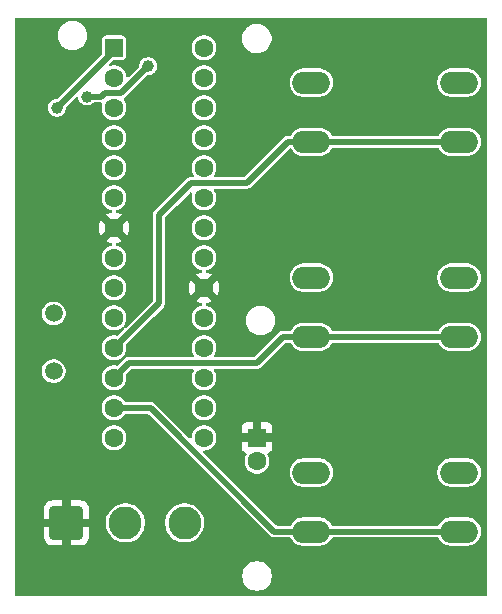
<source format=gbr>
%TF.GenerationSoftware,KiCad,Pcbnew,9.0.1*%
%TF.CreationDate,2025-06-03T10:55:25+05:30*%
%TF.ProjectId,lighting_pcb_tht,6c696768-7469-46e6-975f-7063625f7468,rev?*%
%TF.SameCoordinates,Original*%
%TF.FileFunction,Copper,L2,Bot*%
%TF.FilePolarity,Positive*%
%FSLAX46Y46*%
G04 Gerber Fmt 4.6, Leading zero omitted, Abs format (unit mm)*
G04 Created by KiCad (PCBNEW 9.0.1) date 2025-06-03 10:55:25*
%MOMM*%
%LPD*%
G01*
G04 APERTURE LIST*
G04 Aperture macros list*
%AMRoundRect*
0 Rectangle with rounded corners*
0 $1 Rounding radius*
0 $2 $3 $4 $5 $6 $7 $8 $9 X,Y pos of 4 corners*
0 Add a 4 corners polygon primitive as box body*
4,1,4,$2,$3,$4,$5,$6,$7,$8,$9,$2,$3,0*
0 Add four circle primitives for the rounded corners*
1,1,$1+$1,$2,$3*
1,1,$1+$1,$4,$5*
1,1,$1+$1,$6,$7*
1,1,$1+$1,$8,$9*
0 Add four rect primitives between the rounded corners*
20,1,$1+$1,$2,$3,$4,$5,0*
20,1,$1+$1,$4,$5,$6,$7,0*
20,1,$1+$1,$6,$7,$8,$9,0*
20,1,$1+$1,$8,$9,$2,$3,0*%
G04 Aperture macros list end*
%TA.AperFunction,ComponentPad*%
%ADD10RoundRect,0.250000X-0.550000X-0.550000X0.550000X-0.550000X0.550000X0.550000X-0.550000X0.550000X0*%
%TD*%
%TA.AperFunction,ComponentPad*%
%ADD11C,1.600000*%
%TD*%
%TA.AperFunction,ComponentPad*%
%ADD12O,3.200000X1.900000*%
%TD*%
%TA.AperFunction,ComponentPad*%
%ADD13R,1.600000X1.600000*%
%TD*%
%TA.AperFunction,ComponentPad*%
%ADD14C,2.800000*%
%TD*%
%TA.AperFunction,ComponentPad*%
%ADD15RoundRect,0.250001X-1.149999X-1.149999X1.149999X-1.149999X1.149999X1.149999X-1.149999X1.149999X0*%
%TD*%
%TA.AperFunction,ComponentPad*%
%ADD16C,1.500000*%
%TD*%
%TA.AperFunction,ViaPad*%
%ADD17C,1.000000*%
%TD*%
%TA.AperFunction,Conductor*%
%ADD18C,0.500000*%
%TD*%
G04 APERTURE END LIST*
D10*
%TO.P,U1,1,~{RESET}/PC6*%
%TO.N,Net-(U1-~{RESET}{slash}PC6)*%
X8890000Y-3050000D03*
D11*
%TO.P,U1,2,PD0*%
%TO.N,Net-(U1-PD0)*%
X8890000Y-5590000D03*
%TO.P,U1,3,PD1*%
%TO.N,Net-(U1-PD1)*%
X8890000Y-8130000D03*
%TO.P,U1,4,PD2*%
%TO.N,unconnected-(U1-PD2-Pad4)*%
X8890000Y-10670000D03*
%TO.P,U1,5,PD3*%
%TO.N,Net-(U1-PD3)*%
X8890000Y-13210000D03*
%TO.P,U1,6,PD4*%
%TO.N,unconnected-(U1-PD4-Pad6)*%
X8890000Y-15750000D03*
%TO.P,U1,7,VCC*%
%TO.N,+5V*%
X8890000Y-18290000D03*
%TO.P,U1,8,GND*%
%TO.N,GND*%
X8890000Y-20830000D03*
%TO.P,U1,9,XTAL1/PB6*%
%TO.N,Net-(U1-XTAL1{slash}PB6)*%
X8890000Y-23370000D03*
%TO.P,U1,10,XTAL2/PB7*%
%TO.N,Net-(U1-XTAL2{slash}PB7)*%
X8890000Y-25910000D03*
%TO.P,U1,11,PD5*%
%TO.N,Net-(U1-PD5)*%
X8890000Y-28450000D03*
%TO.P,U1,12,PD6*%
%TO.N,Net-(U1-PD6)*%
X8890000Y-30990000D03*
%TO.P,U1,13,PD7*%
%TO.N,Net-(U1-PD7)*%
X8890000Y-33530000D03*
%TO.P,U1,14,PB0*%
%TO.N,unconnected-(U1-PB0-Pad14)*%
X8890000Y-36070000D03*
%TO.P,U1,15,PB1*%
%TO.N,Net-(U1-PB1)*%
X16510000Y-36070000D03*
%TO.P,U1,16,PB2*%
%TO.N,unconnected-(U1-PB2-Pad16)*%
X16510000Y-33530000D03*
%TO.P,U1,17,PB3*%
%TO.N,Net-(U1-PB3)*%
X16510000Y-30990000D03*
%TO.P,U1,18,PB4*%
%TO.N,Net-(U1-PB4)*%
X16510000Y-28450000D03*
%TO.P,U1,19,PB5*%
%TO.N,unconnected-(U1-PB5-Pad19)*%
X16510000Y-25910000D03*
%TO.P,U1,20,AVCC*%
%TO.N,+5V*%
X16510000Y-23370000D03*
%TO.P,U1,21,AREF*%
%TO.N,Net-(U1-AREF)*%
X16510000Y-20830000D03*
%TO.P,U1,22,GND*%
%TO.N,GND*%
X16510000Y-18290000D03*
%TO.P,U1,23,PC0*%
%TO.N,unconnected-(U1-PC0-Pad23)*%
X16510000Y-15750000D03*
%TO.P,U1,24,PC1*%
%TO.N,unconnected-(U1-PC1-Pad24)*%
X16510000Y-13210000D03*
%TO.P,U1,25,PC2*%
%TO.N,unconnected-(U1-PC2-Pad25)*%
X16510000Y-10670000D03*
%TO.P,U1,26,PC3*%
%TO.N,unconnected-(U1-PC3-Pad26)*%
X16510000Y-8130000D03*
%TO.P,U1,27,PC4*%
%TO.N,unconnected-(U1-PC4-Pad27)*%
X16510000Y-5590000D03*
%TO.P,U1,28,PC5*%
%TO.N,Net-(U1-PC5)*%
X16510000Y-3050000D03*
%TD*%
D12*
%TO.P,SW3,2,2*%
%TO.N,Net-(U1-PD7)*%
X38100000Y-44010000D03*
X25600000Y-44010000D03*
%TO.P,SW3,1,1*%
%TO.N,GND*%
X38100000Y-39010000D03*
X25600000Y-39010000D03*
%TD*%
%TO.P,SW2,2,2*%
%TO.N,Net-(U1-PD6)*%
X38100000Y-27510000D03*
X25600000Y-27510000D03*
%TO.P,SW2,1,1*%
%TO.N,GND*%
X38100000Y-22510000D03*
X25600000Y-22510000D03*
%TD*%
D11*
%TO.P,C3,2*%
%TO.N,GND*%
X21000000Y-38050000D03*
D13*
%TO.P,C3,1*%
%TO.N,+5V*%
X21000000Y-36050000D03*
%TD*%
D14*
%TO.P,J1,3,Pin_3*%
%TO.N,GND*%
X14860000Y-43270000D03*
%TO.P,J1,2,Pin_2*%
%TO.N,Net-(J1-Pin_2)*%
X9860000Y-43270000D03*
D15*
%TO.P,J1,1,Pin_1*%
%TO.N,+5V*%
X4860000Y-43270000D03*
%TD*%
D12*
%TO.P,SW1,2,2*%
%TO.N,Net-(U1-PD5)*%
X38100000Y-11000000D03*
X25600000Y-11000000D03*
%TO.P,SW1,1,1*%
%TO.N,GND*%
X38100000Y-6000000D03*
X25600000Y-6000000D03*
%TD*%
D16*
%TO.P,Y1,2,2*%
%TO.N,Net-(U1-XTAL2{slash}PB7)*%
X3790000Y-30420000D03*
%TO.P,Y1,1,1*%
%TO.N,Net-(U1-XTAL1{slash}PB6)*%
X3790000Y-25540000D03*
%TD*%
D17*
%TO.N,Net-(U1-PC5)*%
X11776752Y-4593248D03*
X6598248Y-7181752D03*
%TO.N,+5V*%
X21040000Y-6060000D03*
X3730000Y-16690000D03*
%TO.N,Net-(U1-~{RESET}{slash}PC6)*%
X4060000Y-8120000D03*
%TD*%
D18*
%TO.N,Net-(U1-PC5)*%
X8100000Y-6860000D02*
X7780000Y-7180000D01*
X9515050Y-6860000D02*
X8100000Y-6860000D01*
X11776752Y-4593248D02*
X9515050Y-6854950D01*
X9515050Y-6854950D02*
X9515050Y-6860000D01*
X7780000Y-7180000D02*
X6600000Y-7180000D01*
X6600000Y-7180000D02*
X6598248Y-7181752D01*
%TO.N,Net-(U1-PD5)*%
X8890000Y-28450000D02*
X12690000Y-24650000D01*
X12690000Y-17210000D02*
X15420000Y-14480000D01*
X12690000Y-24650000D02*
X12690000Y-17210000D01*
X25600000Y-11000000D02*
X38100000Y-11000000D01*
X15420000Y-14480000D02*
X20120000Y-14480000D01*
X23600000Y-11000000D02*
X25600000Y-11000000D01*
X20120000Y-14480000D02*
X23600000Y-11000000D01*
%TO.N,Net-(U1-PD6)*%
X8890000Y-30990000D02*
X10160000Y-29720000D01*
X10160000Y-29720000D02*
X20990000Y-29720000D01*
X20990000Y-29720000D02*
X23200000Y-27510000D01*
X23200000Y-27510000D02*
X25600000Y-27510000D01*
X25600000Y-27510000D02*
X38100000Y-27510000D01*
%TO.N,Net-(U1-PD7)*%
X25600000Y-44010000D02*
X38100000Y-44010000D01*
X11980000Y-33530000D02*
X22460000Y-44010000D01*
X8890000Y-33530000D02*
X11980000Y-33530000D01*
X22460000Y-44010000D02*
X25600000Y-44010000D01*
%TO.N,Net-(U1-~{RESET}{slash}PC6)*%
X4060000Y-8111386D02*
X4109643Y-8061743D01*
X4060000Y-8120000D02*
X4060000Y-8111386D01*
X4109643Y-8060357D02*
X8890000Y-3280000D01*
X8890000Y-3280000D02*
X8890000Y-3050000D01*
X4109643Y-8061743D02*
X4109643Y-8060357D01*
%TD*%
%TA.AperFunction,Conductor*%
%TO.N,+5V*%
G36*
X40442539Y-520185D02*
G01*
X40488294Y-572989D01*
X40499500Y-624500D01*
X40499500Y-49375500D01*
X40479815Y-49442539D01*
X40427011Y-49488294D01*
X40375500Y-49499500D01*
X624500Y-49499500D01*
X557461Y-49479815D01*
X511706Y-49427011D01*
X500500Y-49375500D01*
X500500Y-47671577D01*
X19749500Y-47671577D01*
X19749500Y-47868422D01*
X19780290Y-48062826D01*
X19841117Y-48250029D01*
X19930476Y-48425405D01*
X20046172Y-48584646D01*
X20185354Y-48723828D01*
X20344595Y-48839524D01*
X20427455Y-48881743D01*
X20519970Y-48928882D01*
X20519972Y-48928882D01*
X20519975Y-48928884D01*
X20620317Y-48961487D01*
X20707173Y-48989709D01*
X20901578Y-49020500D01*
X20901583Y-49020500D01*
X21098422Y-49020500D01*
X21292826Y-48989709D01*
X21480025Y-48928884D01*
X21655405Y-48839524D01*
X21814646Y-48723828D01*
X21953828Y-48584646D01*
X22069524Y-48425405D01*
X22158884Y-48250025D01*
X22219709Y-48062826D01*
X22250500Y-47868422D01*
X22250500Y-47671577D01*
X22219709Y-47477173D01*
X22158882Y-47289970D01*
X22069523Y-47114594D01*
X21953828Y-46955354D01*
X21814646Y-46816172D01*
X21655405Y-46700476D01*
X21480029Y-46611117D01*
X21292826Y-46550290D01*
X21098422Y-46519500D01*
X21098417Y-46519500D01*
X20901583Y-46519500D01*
X20901578Y-46519500D01*
X20707173Y-46550290D01*
X20519970Y-46611117D01*
X20344594Y-46700476D01*
X20253741Y-46766485D01*
X20185354Y-46816172D01*
X20185352Y-46816174D01*
X20185351Y-46816174D01*
X20046174Y-46955351D01*
X20046174Y-46955352D01*
X20046172Y-46955354D01*
X19996485Y-47023741D01*
X19930476Y-47114594D01*
X19841117Y-47289970D01*
X19780290Y-47477173D01*
X19749500Y-47671577D01*
X500500Y-47671577D01*
X500500Y-42070014D01*
X2960000Y-42070014D01*
X2960000Y-42920000D01*
X4312115Y-42920000D01*
X4283978Y-42962110D01*
X4234979Y-43080402D01*
X4210000Y-43205981D01*
X4210000Y-43334019D01*
X4234979Y-43459598D01*
X4283978Y-43577890D01*
X4312115Y-43620000D01*
X2960000Y-43620000D01*
X2960000Y-44469985D01*
X2970493Y-44572689D01*
X2970494Y-44572696D01*
X3025641Y-44739118D01*
X3025643Y-44739123D01*
X3117684Y-44888344D01*
X3241655Y-45012315D01*
X3390876Y-45104356D01*
X3390881Y-45104358D01*
X3557303Y-45159505D01*
X3557310Y-45159506D01*
X3660014Y-45169999D01*
X3660027Y-45170000D01*
X4510000Y-45170000D01*
X4510000Y-43817885D01*
X4552110Y-43846022D01*
X4670402Y-43895021D01*
X4795981Y-43920000D01*
X4924019Y-43920000D01*
X5049598Y-43895021D01*
X5167890Y-43846022D01*
X5210000Y-43817885D01*
X5210000Y-45170000D01*
X6059973Y-45170000D01*
X6059985Y-45169999D01*
X6162689Y-45159506D01*
X6162696Y-45159505D01*
X6329118Y-45104358D01*
X6329123Y-45104356D01*
X6478344Y-45012315D01*
X6602315Y-44888344D01*
X6694356Y-44739123D01*
X6694358Y-44739118D01*
X6749505Y-44572696D01*
X6749506Y-44572689D01*
X6759999Y-44469985D01*
X6760000Y-44469972D01*
X6760000Y-43620000D01*
X5407885Y-43620000D01*
X5436022Y-43577890D01*
X5485021Y-43459598D01*
X5510000Y-43334019D01*
X5510000Y-43205981D01*
X5496895Y-43140097D01*
X8209500Y-43140097D01*
X8209500Y-43399902D01*
X8250140Y-43656493D01*
X8330422Y-43903576D01*
X8411534Y-44062764D01*
X8448366Y-44135051D01*
X8601069Y-44345229D01*
X8784771Y-44528931D01*
X8994949Y-44681634D01*
X9107777Y-44739123D01*
X9226423Y-44799577D01*
X9226425Y-44799577D01*
X9226428Y-44799579D01*
X9473507Y-44879860D01*
X9605706Y-44900797D01*
X9730098Y-44920500D01*
X9730103Y-44920500D01*
X9989902Y-44920500D01*
X10103298Y-44902539D01*
X10246493Y-44879860D01*
X10493572Y-44799579D01*
X10725051Y-44681634D01*
X10935229Y-44528931D01*
X11118931Y-44345229D01*
X11271634Y-44135051D01*
X11389579Y-43903572D01*
X11469860Y-43656493D01*
X11498893Y-43473181D01*
X11510500Y-43399902D01*
X11510500Y-43140097D01*
X13209500Y-43140097D01*
X13209500Y-43399902D01*
X13250140Y-43656493D01*
X13330422Y-43903576D01*
X13411534Y-44062764D01*
X13448366Y-44135051D01*
X13601069Y-44345229D01*
X13784771Y-44528931D01*
X13994949Y-44681634D01*
X14107777Y-44739123D01*
X14226423Y-44799577D01*
X14226425Y-44799577D01*
X14226428Y-44799579D01*
X14473507Y-44879860D01*
X14605706Y-44900797D01*
X14730098Y-44920500D01*
X14730103Y-44920500D01*
X14989902Y-44920500D01*
X15103298Y-44902539D01*
X15246493Y-44879860D01*
X15493572Y-44799579D01*
X15725051Y-44681634D01*
X15935229Y-44528931D01*
X16118931Y-44345229D01*
X16271634Y-44135051D01*
X16389579Y-43903572D01*
X16469860Y-43656493D01*
X16498893Y-43473181D01*
X16510500Y-43399902D01*
X16510500Y-43140097D01*
X16482309Y-42962110D01*
X16469860Y-42883507D01*
X16389579Y-42636428D01*
X16389577Y-42636425D01*
X16389577Y-42636423D01*
X16346787Y-42552445D01*
X16271634Y-42404949D01*
X16118931Y-42194771D01*
X15935229Y-42011069D01*
X15725051Y-41858366D01*
X15612231Y-41800881D01*
X15493576Y-41740422D01*
X15246493Y-41660140D01*
X14989902Y-41619500D01*
X14989897Y-41619500D01*
X14730103Y-41619500D01*
X14730098Y-41619500D01*
X14473506Y-41660140D01*
X14226423Y-41740422D01*
X13994945Y-41858368D01*
X13784774Y-42011066D01*
X13784768Y-42011071D01*
X13601071Y-42194768D01*
X13601066Y-42194774D01*
X13448368Y-42404945D01*
X13330422Y-42636423D01*
X13250140Y-42883506D01*
X13209500Y-43140097D01*
X11510500Y-43140097D01*
X11482309Y-42962110D01*
X11469860Y-42883507D01*
X11389579Y-42636428D01*
X11389577Y-42636425D01*
X11389577Y-42636423D01*
X11346787Y-42552445D01*
X11271634Y-42404949D01*
X11118931Y-42194771D01*
X10935229Y-42011069D01*
X10725051Y-41858366D01*
X10612231Y-41800881D01*
X10493576Y-41740422D01*
X10246493Y-41660140D01*
X9989902Y-41619500D01*
X9989897Y-41619500D01*
X9730103Y-41619500D01*
X9730098Y-41619500D01*
X9473506Y-41660140D01*
X9226423Y-41740422D01*
X8994945Y-41858368D01*
X8784774Y-42011066D01*
X8784768Y-42011071D01*
X8601071Y-42194768D01*
X8601066Y-42194774D01*
X8448368Y-42404945D01*
X8330422Y-42636423D01*
X8250140Y-42883506D01*
X8209500Y-43140097D01*
X5496895Y-43140097D01*
X5485021Y-43080402D01*
X5436022Y-42962110D01*
X5407885Y-42920000D01*
X6760000Y-42920000D01*
X6760000Y-42070027D01*
X6759999Y-42070014D01*
X6749506Y-41967310D01*
X6749505Y-41967303D01*
X6694358Y-41800881D01*
X6694356Y-41800876D01*
X6602315Y-41651655D01*
X6478344Y-41527684D01*
X6329123Y-41435643D01*
X6329118Y-41435641D01*
X6162696Y-41380494D01*
X6162689Y-41380493D01*
X6059985Y-41370000D01*
X5210000Y-41370000D01*
X5210000Y-42722114D01*
X5167890Y-42693978D01*
X5049598Y-42644979D01*
X4924019Y-42620000D01*
X4795981Y-42620000D01*
X4670402Y-42644979D01*
X4552110Y-42693978D01*
X4510000Y-42722114D01*
X4510000Y-41370000D01*
X3660014Y-41370000D01*
X3557310Y-41380493D01*
X3557303Y-41380494D01*
X3390881Y-41435641D01*
X3390876Y-41435643D01*
X3241655Y-41527684D01*
X3117684Y-41651655D01*
X3025643Y-41800876D01*
X3025641Y-41800881D01*
X2970494Y-41967303D01*
X2970493Y-41967310D01*
X2960000Y-42070014D01*
X500500Y-42070014D01*
X500500Y-35966530D01*
X7839500Y-35966530D01*
X7839500Y-36173469D01*
X7879868Y-36376412D01*
X7879870Y-36376420D01*
X7959058Y-36567596D01*
X8074024Y-36739657D01*
X8220342Y-36885975D01*
X8220345Y-36885977D01*
X8392402Y-37000941D01*
X8583580Y-37080130D01*
X8779291Y-37119059D01*
X8786530Y-37120499D01*
X8786534Y-37120500D01*
X8786535Y-37120500D01*
X8993466Y-37120500D01*
X8993467Y-37120499D01*
X9196420Y-37080130D01*
X9387598Y-37000941D01*
X9559655Y-36885977D01*
X9705977Y-36739655D01*
X9820941Y-36567598D01*
X9900130Y-36376420D01*
X9940500Y-36173465D01*
X9940500Y-35966535D01*
X9900130Y-35763580D01*
X9820941Y-35572402D01*
X9705977Y-35400345D01*
X9705975Y-35400342D01*
X9559657Y-35254024D01*
X9473626Y-35196541D01*
X9387598Y-35139059D01*
X9196420Y-35059870D01*
X9196412Y-35059868D01*
X8993469Y-35019500D01*
X8993465Y-35019500D01*
X8786535Y-35019500D01*
X8786530Y-35019500D01*
X8583587Y-35059868D01*
X8583579Y-35059870D01*
X8392403Y-35139058D01*
X8220342Y-35254024D01*
X8074024Y-35400342D01*
X7959058Y-35572403D01*
X7879870Y-35763579D01*
X7879868Y-35763587D01*
X7839500Y-35966530D01*
X500500Y-35966530D01*
X500500Y-33426530D01*
X7839500Y-33426530D01*
X7839500Y-33633469D01*
X7879868Y-33836412D01*
X7879870Y-33836420D01*
X7959059Y-34027598D01*
X7997821Y-34085610D01*
X8074024Y-34199657D01*
X8220342Y-34345975D01*
X8220345Y-34345977D01*
X8392402Y-34460941D01*
X8583580Y-34540130D01*
X8786530Y-34580499D01*
X8786534Y-34580500D01*
X8786535Y-34580500D01*
X8993466Y-34580500D01*
X8993467Y-34580499D01*
X9196420Y-34540130D01*
X9387598Y-34460941D01*
X9559655Y-34345977D01*
X9705977Y-34199655D01*
X9782180Y-34085608D01*
X9835790Y-34040805D01*
X9885281Y-34030500D01*
X11721324Y-34030500D01*
X11788363Y-34050185D01*
X11809005Y-34066819D01*
X22152686Y-44410500D01*
X22266814Y-44476392D01*
X22394107Y-44510500D01*
X22394108Y-44510500D01*
X23781677Y-44510500D01*
X23848716Y-44530185D01*
X23892162Y-44578205D01*
X23923240Y-44639199D01*
X24034310Y-44792073D01*
X24167927Y-44925690D01*
X24320801Y-45036760D01*
X24400347Y-45077290D01*
X24489163Y-45122545D01*
X24489165Y-45122545D01*
X24489168Y-45122547D01*
X24585497Y-45153846D01*
X24668881Y-45180940D01*
X24855514Y-45210500D01*
X24855519Y-45210500D01*
X26344486Y-45210500D01*
X26531118Y-45180940D01*
X26710832Y-45122547D01*
X26879199Y-45036760D01*
X27032073Y-44925690D01*
X27165690Y-44792073D01*
X27276760Y-44639199D01*
X27307838Y-44578205D01*
X27355813Y-44527409D01*
X27418323Y-44510500D01*
X36281677Y-44510500D01*
X36348716Y-44530185D01*
X36392162Y-44578205D01*
X36423240Y-44639199D01*
X36534310Y-44792073D01*
X36667927Y-44925690D01*
X36820801Y-45036760D01*
X36900347Y-45077290D01*
X36989163Y-45122545D01*
X36989165Y-45122545D01*
X36989168Y-45122547D01*
X37085497Y-45153846D01*
X37168881Y-45180940D01*
X37355514Y-45210500D01*
X37355519Y-45210500D01*
X38844486Y-45210500D01*
X39031118Y-45180940D01*
X39210832Y-45122547D01*
X39379199Y-45036760D01*
X39532073Y-44925690D01*
X39665690Y-44792073D01*
X39776760Y-44639199D01*
X39862547Y-44470832D01*
X39920940Y-44291118D01*
X39945658Y-44135054D01*
X39950500Y-44104486D01*
X39950500Y-43915513D01*
X39920940Y-43728881D01*
X39862545Y-43549163D01*
X39786492Y-43399902D01*
X39776760Y-43380801D01*
X39665690Y-43227927D01*
X39532073Y-43094310D01*
X39379199Y-42983240D01*
X39337729Y-42962110D01*
X39210836Y-42897454D01*
X39031118Y-42839059D01*
X38844486Y-42809500D01*
X38844481Y-42809500D01*
X37355519Y-42809500D01*
X37355514Y-42809500D01*
X37168881Y-42839059D01*
X36989163Y-42897454D01*
X36820800Y-42983240D01*
X36733579Y-43046610D01*
X36667927Y-43094310D01*
X36667925Y-43094312D01*
X36667924Y-43094312D01*
X36534312Y-43227924D01*
X36534312Y-43227925D01*
X36534310Y-43227927D01*
X36486610Y-43293579D01*
X36423240Y-43380800D01*
X36392162Y-43441795D01*
X36344187Y-43492591D01*
X36281677Y-43509500D01*
X27418323Y-43509500D01*
X27351284Y-43489815D01*
X27307838Y-43441795D01*
X27276759Y-43380800D01*
X27165690Y-43227927D01*
X27032073Y-43094310D01*
X26879199Y-42983240D01*
X26837729Y-42962110D01*
X26710836Y-42897454D01*
X26531118Y-42839059D01*
X26344486Y-42809500D01*
X26344481Y-42809500D01*
X24855519Y-42809500D01*
X24855514Y-42809500D01*
X24668881Y-42839059D01*
X24489163Y-42897454D01*
X24320800Y-42983240D01*
X24233579Y-43046610D01*
X24167927Y-43094310D01*
X24167925Y-43094312D01*
X24167924Y-43094312D01*
X24034312Y-43227924D01*
X24034312Y-43227925D01*
X24034310Y-43227927D01*
X23986610Y-43293579D01*
X23923240Y-43380800D01*
X23892162Y-43441795D01*
X23844187Y-43492591D01*
X23781677Y-43509500D01*
X22718676Y-43509500D01*
X22651637Y-43489815D01*
X22630995Y-43473181D01*
X16489995Y-37332181D01*
X16456510Y-37270858D01*
X16461494Y-37201166D01*
X16503366Y-37145233D01*
X16568830Y-37120816D01*
X16577676Y-37120500D01*
X16613466Y-37120500D01*
X16613467Y-37120499D01*
X16816420Y-37080130D01*
X17007598Y-37000941D01*
X17179655Y-36885977D01*
X17325977Y-36739655D01*
X17440941Y-36567598D01*
X17510363Y-36400000D01*
X19700000Y-36400000D01*
X19700000Y-36897844D01*
X19706401Y-36957372D01*
X19706403Y-36957379D01*
X19756645Y-37092086D01*
X19756649Y-37092093D01*
X19842809Y-37207187D01*
X19842812Y-37207190D01*
X19957906Y-37293350D01*
X19957913Y-37293354D01*
X20038607Y-37323451D01*
X20094541Y-37365322D01*
X20118958Y-37430786D01*
X20104107Y-37499059D01*
X20098378Y-37508522D01*
X20069057Y-37552404D01*
X19989870Y-37743579D01*
X19989868Y-37743587D01*
X19949500Y-37946530D01*
X19949500Y-38153469D01*
X19989868Y-38356412D01*
X19989870Y-38356420D01*
X20069058Y-38547596D01*
X20184024Y-38719657D01*
X20330342Y-38865975D01*
X20330345Y-38865977D01*
X20502402Y-38980941D01*
X20693580Y-39060130D01*
X20896530Y-39100499D01*
X20896534Y-39100500D01*
X20896535Y-39100500D01*
X21103466Y-39100500D01*
X21103467Y-39100499D01*
X21306420Y-39060130D01*
X21497598Y-38980941D01*
X21595519Y-38915513D01*
X23749500Y-38915513D01*
X23749500Y-39104486D01*
X23779059Y-39291118D01*
X23837454Y-39470836D01*
X23923240Y-39639199D01*
X24034310Y-39792073D01*
X24167927Y-39925690D01*
X24320801Y-40036760D01*
X24400347Y-40077290D01*
X24489163Y-40122545D01*
X24489165Y-40122545D01*
X24489168Y-40122547D01*
X24585497Y-40153846D01*
X24668881Y-40180940D01*
X24855514Y-40210500D01*
X24855519Y-40210500D01*
X26344486Y-40210500D01*
X26531118Y-40180940D01*
X26710832Y-40122547D01*
X26879199Y-40036760D01*
X27032073Y-39925690D01*
X27165690Y-39792073D01*
X27276760Y-39639199D01*
X27362547Y-39470832D01*
X27420940Y-39291118D01*
X27450500Y-39104486D01*
X27450500Y-38915513D01*
X36249500Y-38915513D01*
X36249500Y-39104486D01*
X36279059Y-39291118D01*
X36337454Y-39470836D01*
X36423240Y-39639199D01*
X36534310Y-39792073D01*
X36667927Y-39925690D01*
X36820801Y-40036760D01*
X36900347Y-40077290D01*
X36989163Y-40122545D01*
X36989165Y-40122545D01*
X36989168Y-40122547D01*
X37085497Y-40153846D01*
X37168881Y-40180940D01*
X37355514Y-40210500D01*
X37355519Y-40210500D01*
X38844486Y-40210500D01*
X39031118Y-40180940D01*
X39210832Y-40122547D01*
X39379199Y-40036760D01*
X39532073Y-39925690D01*
X39665690Y-39792073D01*
X39776760Y-39639199D01*
X39862547Y-39470832D01*
X39920940Y-39291118D01*
X39950500Y-39104486D01*
X39950500Y-38915513D01*
X39920940Y-38728881D01*
X39862545Y-38549163D01*
X39776759Y-38380800D01*
X39759040Y-38356412D01*
X39665690Y-38227927D01*
X39532073Y-38094310D01*
X39379199Y-37983240D01*
X39210836Y-37897454D01*
X39031118Y-37839059D01*
X38844486Y-37809500D01*
X38844481Y-37809500D01*
X37355519Y-37809500D01*
X37355514Y-37809500D01*
X37168881Y-37839059D01*
X36989163Y-37897454D01*
X36820800Y-37983240D01*
X36733579Y-38046610D01*
X36667927Y-38094310D01*
X36667925Y-38094312D01*
X36667924Y-38094312D01*
X36534312Y-38227924D01*
X36534312Y-38227925D01*
X36534310Y-38227927D01*
X36486610Y-38293579D01*
X36423240Y-38380800D01*
X36337454Y-38549163D01*
X36279059Y-38728881D01*
X36249500Y-38915513D01*
X27450500Y-38915513D01*
X27420940Y-38728881D01*
X27362545Y-38549163D01*
X27276759Y-38380800D01*
X27259040Y-38356412D01*
X27165690Y-38227927D01*
X27032073Y-38094310D01*
X26879199Y-37983240D01*
X26710836Y-37897454D01*
X26531118Y-37839059D01*
X26344486Y-37809500D01*
X26344481Y-37809500D01*
X24855519Y-37809500D01*
X24855514Y-37809500D01*
X24668881Y-37839059D01*
X24489163Y-37897454D01*
X24320800Y-37983240D01*
X24233579Y-38046610D01*
X24167927Y-38094310D01*
X24167925Y-38094312D01*
X24167924Y-38094312D01*
X24034312Y-38227924D01*
X24034312Y-38227925D01*
X24034310Y-38227927D01*
X23986610Y-38293579D01*
X23923240Y-38380800D01*
X23837454Y-38549163D01*
X23779059Y-38728881D01*
X23749500Y-38915513D01*
X21595519Y-38915513D01*
X21669655Y-38865977D01*
X21669658Y-38865974D01*
X21712667Y-38822966D01*
X21815974Y-38719658D01*
X21815975Y-38719657D01*
X21815977Y-38719655D01*
X21930941Y-38547598D01*
X22010130Y-38356420D01*
X22050500Y-38153465D01*
X22050500Y-37946535D01*
X22010130Y-37743580D01*
X21930941Y-37552402D01*
X21901621Y-37508522D01*
X21880745Y-37441846D01*
X21899230Y-37374466D01*
X21951209Y-37327776D01*
X21961392Y-37323451D01*
X22042086Y-37293354D01*
X22042093Y-37293350D01*
X22157187Y-37207190D01*
X22157190Y-37207187D01*
X22243350Y-37092093D01*
X22243354Y-37092086D01*
X22293596Y-36957379D01*
X22293598Y-36957372D01*
X22299999Y-36897844D01*
X22300000Y-36897827D01*
X22300000Y-36400000D01*
X21193783Y-36400000D01*
X21245606Y-36370080D01*
X21320080Y-36295606D01*
X21372741Y-36204394D01*
X21400000Y-36102661D01*
X21400000Y-35997339D01*
X21372741Y-35895606D01*
X21320080Y-35804394D01*
X21245606Y-35729920D01*
X21193783Y-35700000D01*
X21350000Y-35700000D01*
X22300000Y-35700000D01*
X22300000Y-35202172D01*
X22299999Y-35202155D01*
X22293598Y-35142627D01*
X22293596Y-35142620D01*
X22243354Y-35007913D01*
X22243350Y-35007906D01*
X22157190Y-34892812D01*
X22157187Y-34892809D01*
X22042093Y-34806649D01*
X22042086Y-34806645D01*
X21907379Y-34756403D01*
X21907372Y-34756401D01*
X21847844Y-34750000D01*
X21350000Y-34750000D01*
X21350000Y-35700000D01*
X21193783Y-35700000D01*
X21154394Y-35677259D01*
X21052661Y-35650000D01*
X20947339Y-35650000D01*
X20845606Y-35677259D01*
X20754394Y-35729920D01*
X20679920Y-35804394D01*
X20627259Y-35895606D01*
X20600000Y-35997339D01*
X20600000Y-36102661D01*
X20627259Y-36204394D01*
X20679920Y-36295606D01*
X20754394Y-36370080D01*
X20806217Y-36400000D01*
X19700000Y-36400000D01*
X17510363Y-36400000D01*
X17520130Y-36376420D01*
X17528663Y-36333523D01*
X17530469Y-36324446D01*
X17530469Y-36324445D01*
X17560499Y-36173469D01*
X17560500Y-36173466D01*
X17560500Y-35966534D01*
X17560499Y-35966530D01*
X17520131Y-35763587D01*
X17520130Y-35763580D01*
X17440941Y-35572402D01*
X17325977Y-35400345D01*
X17325975Y-35400342D01*
X17179657Y-35254024D01*
X17102028Y-35202155D01*
X19700000Y-35202155D01*
X19700000Y-35700000D01*
X20650000Y-35700000D01*
X20650000Y-34750000D01*
X20152155Y-34750000D01*
X20092627Y-34756401D01*
X20092620Y-34756403D01*
X19957913Y-34806645D01*
X19957906Y-34806649D01*
X19842812Y-34892809D01*
X19842809Y-34892812D01*
X19756649Y-35007906D01*
X19756645Y-35007913D01*
X19706403Y-35142620D01*
X19706401Y-35142627D01*
X19700000Y-35202155D01*
X17102028Y-35202155D01*
X17093626Y-35196541D01*
X17007598Y-35139059D01*
X16816420Y-35059870D01*
X16816412Y-35059868D01*
X16613469Y-35019500D01*
X16613465Y-35019500D01*
X16406535Y-35019500D01*
X16406530Y-35019500D01*
X16203587Y-35059868D01*
X16203579Y-35059870D01*
X16012403Y-35139058D01*
X15840342Y-35254024D01*
X15694024Y-35400342D01*
X15579058Y-35572403D01*
X15499870Y-35763579D01*
X15499868Y-35763587D01*
X15459500Y-35966530D01*
X15459500Y-36002324D01*
X15439815Y-36069363D01*
X15387011Y-36115118D01*
X15317853Y-36125062D01*
X15254297Y-36096037D01*
X15247819Y-36090005D01*
X12584344Y-33426530D01*
X15459500Y-33426530D01*
X15459500Y-33633469D01*
X15499868Y-33836412D01*
X15499870Y-33836420D01*
X15579059Y-34027598D01*
X15617821Y-34085610D01*
X15694024Y-34199657D01*
X15840342Y-34345975D01*
X15840345Y-34345977D01*
X16012402Y-34460941D01*
X16203580Y-34540130D01*
X16406530Y-34580499D01*
X16406534Y-34580500D01*
X16406535Y-34580500D01*
X16613466Y-34580500D01*
X16613467Y-34580499D01*
X16816420Y-34540130D01*
X17007598Y-34460941D01*
X17179655Y-34345977D01*
X17325977Y-34199655D01*
X17440941Y-34027598D01*
X17520130Y-33836420D01*
X17560500Y-33633465D01*
X17560500Y-33426535D01*
X17520130Y-33223580D01*
X17440941Y-33032402D01*
X17325977Y-32860345D01*
X17325975Y-32860342D01*
X17179657Y-32714024D01*
X17093626Y-32656541D01*
X17007598Y-32599059D01*
X16816420Y-32519870D01*
X16816412Y-32519868D01*
X16613469Y-32479500D01*
X16613465Y-32479500D01*
X16406535Y-32479500D01*
X16406530Y-32479500D01*
X16203587Y-32519868D01*
X16203579Y-32519870D01*
X16012403Y-32599058D01*
X15840342Y-32714024D01*
X15694024Y-32860342D01*
X15579058Y-33032403D01*
X15499870Y-33223579D01*
X15499868Y-33223587D01*
X15459500Y-33426530D01*
X12584344Y-33426530D01*
X12287316Y-33129502D01*
X12287314Y-33129500D01*
X12230250Y-33096554D01*
X12173187Y-33063608D01*
X12109539Y-33046554D01*
X12045892Y-33029500D01*
X12045891Y-33029500D01*
X9885281Y-33029500D01*
X9818242Y-33009815D01*
X9782180Y-32974392D01*
X9705977Y-32860345D01*
X9705975Y-32860342D01*
X9559657Y-32714024D01*
X9473626Y-32656541D01*
X9387598Y-32599059D01*
X9196420Y-32519870D01*
X9196412Y-32519868D01*
X8993469Y-32479500D01*
X8993465Y-32479500D01*
X8786535Y-32479500D01*
X8786530Y-32479500D01*
X8583587Y-32519868D01*
X8583579Y-32519870D01*
X8392403Y-32599058D01*
X8220342Y-32714024D01*
X8074024Y-32860342D01*
X7959058Y-33032403D01*
X7879870Y-33223579D01*
X7879868Y-33223587D01*
X7839500Y-33426530D01*
X500500Y-33426530D01*
X500500Y-30518543D01*
X2789499Y-30518543D01*
X2827947Y-30711829D01*
X2827950Y-30711839D01*
X2903364Y-30893907D01*
X2903371Y-30893920D01*
X3012860Y-31057781D01*
X3012863Y-31057785D01*
X3152214Y-31197136D01*
X3152218Y-31197139D01*
X3316079Y-31306628D01*
X3316092Y-31306635D01*
X3498160Y-31382049D01*
X3498165Y-31382051D01*
X3498169Y-31382051D01*
X3498170Y-31382052D01*
X3691456Y-31420500D01*
X3691459Y-31420500D01*
X3888543Y-31420500D01*
X4018582Y-31394632D01*
X4081835Y-31382051D01*
X4263914Y-31306632D01*
X4427782Y-31197139D01*
X4567139Y-31057782D01*
X4676632Y-30893914D01*
X4679689Y-30886535D01*
X4679691Y-30886530D01*
X7839500Y-30886530D01*
X7839500Y-31093469D01*
X7879868Y-31296412D01*
X7879870Y-31296420D01*
X7959058Y-31487596D01*
X8074024Y-31659657D01*
X8220342Y-31805975D01*
X8220345Y-31805977D01*
X8392402Y-31920941D01*
X8583580Y-32000130D01*
X8786530Y-32040499D01*
X8786534Y-32040500D01*
X8786535Y-32040500D01*
X8993466Y-32040500D01*
X8993467Y-32040499D01*
X9196420Y-32000130D01*
X9387598Y-31920941D01*
X9559655Y-31805977D01*
X9705977Y-31659655D01*
X9820941Y-31487598D01*
X9900130Y-31296420D01*
X9940500Y-31093465D01*
X9940500Y-30886535D01*
X9940500Y-30886534D01*
X9940500Y-30886532D01*
X9927522Y-30821291D01*
X9913740Y-30752005D01*
X9919967Y-30682417D01*
X9947673Y-30640138D01*
X10330994Y-30256819D01*
X10392317Y-30223334D01*
X10418675Y-30220500D01*
X15528750Y-30220500D01*
X15595789Y-30240185D01*
X15641544Y-30292989D01*
X15651488Y-30362147D01*
X15631852Y-30413390D01*
X15579059Y-30492399D01*
X15579059Y-30492400D01*
X15499870Y-30683579D01*
X15499868Y-30683587D01*
X15459500Y-30886530D01*
X15459500Y-31093469D01*
X15499868Y-31296412D01*
X15499870Y-31296420D01*
X15579058Y-31487596D01*
X15694024Y-31659657D01*
X15840342Y-31805975D01*
X15840345Y-31805977D01*
X16012402Y-31920941D01*
X16203580Y-32000130D01*
X16406530Y-32040499D01*
X16406534Y-32040500D01*
X16406535Y-32040500D01*
X16613466Y-32040500D01*
X16613467Y-32040499D01*
X16816420Y-32000130D01*
X17007598Y-31920941D01*
X17179655Y-31805977D01*
X17325977Y-31659655D01*
X17440941Y-31487598D01*
X17520130Y-31296420D01*
X17560500Y-31093465D01*
X17560500Y-30886535D01*
X17560499Y-30886532D01*
X17560499Y-30886530D01*
X17525749Y-30711829D01*
X17520130Y-30683580D01*
X17440941Y-30492402D01*
X17440940Y-30492400D01*
X17440940Y-30492399D01*
X17388148Y-30413390D01*
X17367270Y-30346713D01*
X17385755Y-30279333D01*
X17437734Y-30232643D01*
X17491250Y-30220500D01*
X21055890Y-30220500D01*
X21055892Y-30220500D01*
X21183186Y-30186392D01*
X21297314Y-30120500D01*
X23370995Y-28046819D01*
X23432318Y-28013334D01*
X23458676Y-28010500D01*
X23781677Y-28010500D01*
X23848716Y-28030185D01*
X23892162Y-28078205D01*
X23923240Y-28139199D01*
X24034310Y-28292073D01*
X24167927Y-28425690D01*
X24320801Y-28536760D01*
X24400347Y-28577290D01*
X24489163Y-28622545D01*
X24489165Y-28622545D01*
X24489168Y-28622547D01*
X24585497Y-28653846D01*
X24668881Y-28680940D01*
X24855514Y-28710500D01*
X24855519Y-28710500D01*
X26344486Y-28710500D01*
X26531118Y-28680940D01*
X26710832Y-28622547D01*
X26879199Y-28536760D01*
X27032073Y-28425690D01*
X27165690Y-28292073D01*
X27276760Y-28139199D01*
X27307838Y-28078205D01*
X27355813Y-28027409D01*
X27418323Y-28010500D01*
X36281677Y-28010500D01*
X36348716Y-28030185D01*
X36392162Y-28078205D01*
X36423240Y-28139199D01*
X36534310Y-28292073D01*
X36667927Y-28425690D01*
X36820801Y-28536760D01*
X36900347Y-28577290D01*
X36989163Y-28622545D01*
X36989165Y-28622545D01*
X36989168Y-28622547D01*
X37085497Y-28653846D01*
X37168881Y-28680940D01*
X37355514Y-28710500D01*
X37355519Y-28710500D01*
X38844486Y-28710500D01*
X39031118Y-28680940D01*
X39210832Y-28622547D01*
X39379199Y-28536760D01*
X39532073Y-28425690D01*
X39665690Y-28292073D01*
X39776760Y-28139199D01*
X39862547Y-27970832D01*
X39920940Y-27791118D01*
X39922647Y-27780342D01*
X39950500Y-27604486D01*
X39950500Y-27415513D01*
X39920940Y-27228881D01*
X39882150Y-27109500D01*
X39862547Y-27049168D01*
X39862545Y-27049165D01*
X39862545Y-27049163D01*
X39804195Y-26934646D01*
X39776760Y-26880801D01*
X39665690Y-26727927D01*
X39532073Y-26594310D01*
X39379199Y-26483240D01*
X39210836Y-26397454D01*
X39031118Y-26339059D01*
X38844486Y-26309500D01*
X38844481Y-26309500D01*
X37355519Y-26309500D01*
X37355514Y-26309500D01*
X37168881Y-26339059D01*
X36989163Y-26397454D01*
X36820800Y-26483240D01*
X36741990Y-26540500D01*
X36667927Y-26594310D01*
X36667925Y-26594312D01*
X36667924Y-26594312D01*
X36534312Y-26727924D01*
X36534312Y-26727925D01*
X36534310Y-26727927D01*
X36509329Y-26762310D01*
X36423240Y-26880800D01*
X36392162Y-26941795D01*
X36344187Y-26992591D01*
X36281677Y-27009500D01*
X27418323Y-27009500D01*
X27351284Y-26989815D01*
X27307838Y-26941795D01*
X27298778Y-26924014D01*
X27276760Y-26880801D01*
X27165690Y-26727927D01*
X27032073Y-26594310D01*
X26879199Y-26483240D01*
X26710836Y-26397454D01*
X26531118Y-26339059D01*
X26344486Y-26309500D01*
X26344481Y-26309500D01*
X24855519Y-26309500D01*
X24855514Y-26309500D01*
X24668881Y-26339059D01*
X24489163Y-26397454D01*
X24320800Y-26483240D01*
X24241990Y-26540500D01*
X24167927Y-26594310D01*
X24167925Y-26594312D01*
X24167924Y-26594312D01*
X24034312Y-26727924D01*
X24034312Y-26727925D01*
X24034310Y-26727927D01*
X24009329Y-26762310D01*
X23923240Y-26880800D01*
X23892162Y-26941795D01*
X23844187Y-26992591D01*
X23781677Y-27009500D01*
X23134108Y-27009500D01*
X23006812Y-27043608D01*
X22892686Y-27109500D01*
X22892683Y-27109502D01*
X20819005Y-29183181D01*
X20757682Y-29216666D01*
X20731324Y-29219500D01*
X17491250Y-29219500D01*
X17424211Y-29199815D01*
X17378456Y-29147011D01*
X17368512Y-29077853D01*
X17388148Y-29026610D01*
X17440940Y-28947600D01*
X17440940Y-28947599D01*
X17440941Y-28947598D01*
X17520130Y-28756420D01*
X17560500Y-28553465D01*
X17560500Y-28346535D01*
X17520130Y-28143580D01*
X17440941Y-27952402D01*
X17325977Y-27780345D01*
X17325975Y-27780342D01*
X17179657Y-27634024D01*
X17093626Y-27576541D01*
X17007598Y-27519059D01*
X16816420Y-27439870D01*
X16816412Y-27439868D01*
X16613469Y-27399500D01*
X16613465Y-27399500D01*
X16406535Y-27399500D01*
X16406530Y-27399500D01*
X16203587Y-27439868D01*
X16203579Y-27439870D01*
X16012403Y-27519058D01*
X15840342Y-27634024D01*
X15694024Y-27780342D01*
X15579058Y-27952403D01*
X15499870Y-28143579D01*
X15499868Y-28143587D01*
X15459500Y-28346530D01*
X15459500Y-28553469D01*
X15499868Y-28756412D01*
X15499870Y-28756420D01*
X15579059Y-28947599D01*
X15579059Y-28947600D01*
X15631852Y-29026610D01*
X15652730Y-29093287D01*
X15634245Y-29160667D01*
X15582266Y-29207357D01*
X15528750Y-29219500D01*
X10225892Y-29219500D01*
X10094107Y-29219500D01*
X9966814Y-29253608D01*
X9966813Y-29253608D01*
X9966811Y-29253609D01*
X9966810Y-29253609D01*
X9861835Y-29314217D01*
X9861832Y-29314218D01*
X9852686Y-29319500D01*
X9759500Y-29412686D01*
X9759498Y-29412688D01*
X9713281Y-29458904D01*
X9713243Y-29458942D01*
X9239863Y-29932322D01*
X9178540Y-29965807D01*
X9127991Y-29966258D01*
X8993469Y-29939500D01*
X8993465Y-29939500D01*
X8786535Y-29939500D01*
X8786530Y-29939500D01*
X8583587Y-29979868D01*
X8583579Y-29979870D01*
X8392403Y-30059058D01*
X8220342Y-30174024D01*
X8074024Y-30320342D01*
X7959058Y-30492403D01*
X7879870Y-30683579D01*
X7879868Y-30683587D01*
X7839500Y-30886530D01*
X4679691Y-30886530D01*
X4752049Y-30711839D01*
X4752051Y-30711835D01*
X4790500Y-30518541D01*
X4790500Y-30321459D01*
X4790500Y-30321456D01*
X4752052Y-30128170D01*
X4752051Y-30128169D01*
X4752051Y-30128165D01*
X4690344Y-29979189D01*
X4676635Y-29946092D01*
X4676628Y-29946079D01*
X4567139Y-29782218D01*
X4567136Y-29782214D01*
X4427785Y-29642863D01*
X4427781Y-29642860D01*
X4263920Y-29533371D01*
X4263907Y-29533364D01*
X4081839Y-29457950D01*
X4081829Y-29457947D01*
X3888543Y-29419500D01*
X3888541Y-29419500D01*
X3691459Y-29419500D01*
X3691457Y-29419500D01*
X3498170Y-29457947D01*
X3498160Y-29457950D01*
X3316092Y-29533364D01*
X3316079Y-29533371D01*
X3152218Y-29642860D01*
X3152214Y-29642863D01*
X3012863Y-29782214D01*
X3012860Y-29782218D01*
X2903371Y-29946079D01*
X2903364Y-29946092D01*
X2827950Y-30128160D01*
X2827947Y-30128170D01*
X2789500Y-30321456D01*
X2789500Y-30321459D01*
X2789500Y-30518541D01*
X2789500Y-30518543D01*
X2789499Y-30518543D01*
X500500Y-30518543D01*
X500500Y-25638543D01*
X2789499Y-25638543D01*
X2827947Y-25831829D01*
X2827950Y-25831839D01*
X2903364Y-26013907D01*
X2903371Y-26013920D01*
X3012860Y-26177781D01*
X3012863Y-26177785D01*
X3152214Y-26317136D01*
X3152218Y-26317139D01*
X3316079Y-26426628D01*
X3316092Y-26426635D01*
X3498160Y-26502049D01*
X3498165Y-26502051D01*
X3498169Y-26502051D01*
X3498170Y-26502052D01*
X3691456Y-26540500D01*
X3691459Y-26540500D01*
X3888543Y-26540500D01*
X4018582Y-26514632D01*
X4081835Y-26502051D01*
X4263914Y-26426632D01*
X4427782Y-26317139D01*
X4567139Y-26177782D01*
X4676632Y-26013914D01*
X4752051Y-25831835D01*
X4757085Y-25806530D01*
X7839500Y-25806530D01*
X7839500Y-26013469D01*
X7872184Y-26177781D01*
X7879870Y-26216420D01*
X7959059Y-26407598D01*
X7971777Y-26426632D01*
X8074024Y-26579657D01*
X8220342Y-26725975D01*
X8220345Y-26725977D01*
X8392402Y-26840941D01*
X8583580Y-26920130D01*
X8786530Y-26960499D01*
X8786534Y-26960500D01*
X8786535Y-26960500D01*
X8993466Y-26960500D01*
X8993467Y-26960499D01*
X9196420Y-26920130D01*
X9387598Y-26840941D01*
X9557238Y-26727591D01*
X9623915Y-26706714D01*
X9691295Y-26725199D01*
X9737985Y-26777178D01*
X9749161Y-26846148D01*
X9721275Y-26910211D01*
X9713809Y-26918375D01*
X9239862Y-27392322D01*
X9178539Y-27425807D01*
X9127990Y-27426258D01*
X8993469Y-27399500D01*
X8993465Y-27399500D01*
X8786535Y-27399500D01*
X8786530Y-27399500D01*
X8583587Y-27439868D01*
X8583579Y-27439870D01*
X8392403Y-27519058D01*
X8220342Y-27634024D01*
X8074024Y-27780342D01*
X7959058Y-27952403D01*
X7879870Y-28143579D01*
X7879868Y-28143587D01*
X7839500Y-28346530D01*
X7839500Y-28553469D01*
X7853241Y-28622547D01*
X7879870Y-28756420D01*
X7959059Y-28947598D01*
X8011853Y-29026610D01*
X8074024Y-29119657D01*
X8220342Y-29265975D01*
X8220345Y-29265977D01*
X8392402Y-29380941D01*
X8583580Y-29460130D01*
X8786530Y-29500499D01*
X8786534Y-29500500D01*
X8786535Y-29500500D01*
X8993466Y-29500500D01*
X8993467Y-29500499D01*
X9196420Y-29460130D01*
X9387598Y-29380941D01*
X9559655Y-29265977D01*
X9705977Y-29119655D01*
X9820941Y-28947598D01*
X9900130Y-28756420D01*
X9940500Y-28553465D01*
X9940500Y-28346535D01*
X9913740Y-28212006D01*
X9919967Y-28142418D01*
X9947674Y-28100138D01*
X12241283Y-25806530D01*
X15459500Y-25806530D01*
X15459500Y-26013469D01*
X15492184Y-26177781D01*
X15499870Y-26216420D01*
X15579059Y-26407598D01*
X15591777Y-26426632D01*
X15694024Y-26579657D01*
X15840342Y-26725975D01*
X15840345Y-26725977D01*
X16012402Y-26840941D01*
X16203580Y-26920130D01*
X16406530Y-26960499D01*
X16406534Y-26960500D01*
X16406535Y-26960500D01*
X16613466Y-26960500D01*
X16613467Y-26960499D01*
X16816420Y-26920130D01*
X17007598Y-26840941D01*
X17179655Y-26725977D01*
X17325977Y-26579655D01*
X17440941Y-26407598D01*
X17520130Y-26216420D01*
X17558886Y-26021577D01*
X20049500Y-26021577D01*
X20049500Y-26218422D01*
X20080290Y-26412826D01*
X20141117Y-26600029D01*
X20195476Y-26706714D01*
X20230476Y-26775405D01*
X20346172Y-26934646D01*
X20485354Y-27073828D01*
X20644595Y-27189524D01*
X20721838Y-27228881D01*
X20819970Y-27278882D01*
X20819972Y-27278882D01*
X20819975Y-27278884D01*
X20920317Y-27311487D01*
X21007173Y-27339709D01*
X21201578Y-27370500D01*
X21201583Y-27370500D01*
X21398422Y-27370500D01*
X21592826Y-27339709D01*
X21780025Y-27278884D01*
X21955405Y-27189524D01*
X22114646Y-27073828D01*
X22253828Y-26934646D01*
X22369524Y-26775405D01*
X22458884Y-26600025D01*
X22519709Y-26412826D01*
X22522144Y-26397453D01*
X22550500Y-26218422D01*
X22550500Y-26021577D01*
X22519709Y-25827173D01*
X22458882Y-25639970D01*
X22369523Y-25464594D01*
X22253828Y-25305354D01*
X22114646Y-25166172D01*
X21955405Y-25050476D01*
X21780029Y-24961117D01*
X21592826Y-24900290D01*
X21398422Y-24869500D01*
X21398417Y-24869500D01*
X21201583Y-24869500D01*
X21201578Y-24869500D01*
X21007173Y-24900290D01*
X20819970Y-24961117D01*
X20644594Y-25050476D01*
X20553741Y-25116485D01*
X20485354Y-25166172D01*
X20485352Y-25166174D01*
X20485351Y-25166174D01*
X20346174Y-25305351D01*
X20346174Y-25305352D01*
X20346172Y-25305354D01*
X20296485Y-25373741D01*
X20230476Y-25464594D01*
X20141117Y-25639970D01*
X20080290Y-25827173D01*
X20049500Y-26021577D01*
X17558886Y-26021577D01*
X17560500Y-26013465D01*
X17560500Y-25806535D01*
X17520130Y-25603580D01*
X17440941Y-25412402D01*
X17325977Y-25240345D01*
X17325975Y-25240342D01*
X17179657Y-25094024D01*
X17093626Y-25036541D01*
X17007598Y-24979059D01*
X16964282Y-24961117D01*
X16816420Y-24899870D01*
X16816414Y-24899868D01*
X16763617Y-24889366D01*
X16701706Y-24856981D01*
X16667132Y-24796265D01*
X16670873Y-24726495D01*
X16711739Y-24669823D01*
X16768413Y-24645275D01*
X16814422Y-24637988D01*
X17009031Y-24574755D01*
X17148643Y-24503618D01*
X16510001Y-23864974D01*
X16510000Y-23864974D01*
X15871354Y-24503619D01*
X16010965Y-24574753D01*
X16010972Y-24574756D01*
X16205577Y-24637988D01*
X16251586Y-24645275D01*
X16314722Y-24675204D01*
X16351653Y-24734515D01*
X16350657Y-24804378D01*
X16312047Y-24862611D01*
X16256383Y-24889366D01*
X16203584Y-24899868D01*
X16203579Y-24899870D01*
X16012403Y-24979058D01*
X15840342Y-25094024D01*
X15694024Y-25240342D01*
X15579058Y-25412403D01*
X15499870Y-25603579D01*
X15499868Y-25603587D01*
X15459500Y-25806530D01*
X12241283Y-25806530D01*
X13090500Y-24957314D01*
X13115219Y-24914499D01*
X13156392Y-24843186D01*
X13190500Y-24715892D01*
X13190500Y-23267682D01*
X15210000Y-23267682D01*
X15210000Y-23472317D01*
X15242010Y-23674418D01*
X15242010Y-23674421D01*
X15305241Y-23869023D01*
X15305241Y-23869024D01*
X15376379Y-24008644D01*
X15376380Y-24008644D01*
X16015025Y-23370000D01*
X15962364Y-23317339D01*
X16110000Y-23317339D01*
X16110000Y-23422661D01*
X16137259Y-23524394D01*
X16189920Y-23615606D01*
X16264394Y-23690080D01*
X16355606Y-23742741D01*
X16457339Y-23770000D01*
X16562661Y-23770000D01*
X16664394Y-23742741D01*
X16755606Y-23690080D01*
X16830080Y-23615606D01*
X16882741Y-23524394D01*
X16910000Y-23422661D01*
X16910000Y-23370000D01*
X17004974Y-23370000D01*
X17643618Y-24008643D01*
X17714755Y-23869031D01*
X17777990Y-23674417D01*
X17810000Y-23472317D01*
X17810000Y-23267682D01*
X17777990Y-23065582D01*
X17714756Y-22870972D01*
X17714753Y-22870965D01*
X17643619Y-22731354D01*
X17004974Y-23370000D01*
X16910000Y-23370000D01*
X16910000Y-23317339D01*
X16882741Y-23215606D01*
X16830080Y-23124394D01*
X16755606Y-23049920D01*
X16664394Y-22997259D01*
X16562661Y-22970000D01*
X16457339Y-22970000D01*
X16355606Y-22997259D01*
X16264394Y-23049920D01*
X16189920Y-23124394D01*
X16137259Y-23215606D01*
X16110000Y-23317339D01*
X15962364Y-23317339D01*
X15376379Y-22731354D01*
X15305242Y-22870973D01*
X15305242Y-22870974D01*
X15242010Y-23065578D01*
X15242010Y-23065581D01*
X15210000Y-23267682D01*
X13190500Y-23267682D01*
X13190500Y-20726530D01*
X15459500Y-20726530D01*
X15459500Y-20933469D01*
X15499868Y-21136412D01*
X15499870Y-21136420D01*
X15579058Y-21327596D01*
X15694024Y-21499657D01*
X15840342Y-21645975D01*
X15840345Y-21645977D01*
X16012402Y-21760941D01*
X16203580Y-21840130D01*
X16233696Y-21846120D01*
X16256381Y-21850633D01*
X16318292Y-21883017D01*
X16352866Y-21943733D01*
X16349127Y-22013502D01*
X16308261Y-22070175D01*
X16251589Y-22094723D01*
X16205579Y-22102010D01*
X16205578Y-22102010D01*
X16010974Y-22165242D01*
X16010973Y-22165242D01*
X15871354Y-22236379D01*
X16510000Y-22875025D01*
X16510001Y-22875025D01*
X16969511Y-22415513D01*
X23749500Y-22415513D01*
X23749500Y-22604486D01*
X23779059Y-22791118D01*
X23837454Y-22970836D01*
X23885730Y-23065582D01*
X23923240Y-23139199D01*
X24034310Y-23292073D01*
X24167927Y-23425690D01*
X24320801Y-23536760D01*
X24400347Y-23577290D01*
X24489163Y-23622545D01*
X24489165Y-23622545D01*
X24489168Y-23622547D01*
X24585497Y-23653846D01*
X24668881Y-23680940D01*
X24855514Y-23710500D01*
X24855519Y-23710500D01*
X26344486Y-23710500D01*
X26531118Y-23680940D01*
X26545029Y-23676420D01*
X26710832Y-23622547D01*
X26879199Y-23536760D01*
X27032073Y-23425690D01*
X27165690Y-23292073D01*
X27276760Y-23139199D01*
X27362547Y-22970832D01*
X27420940Y-22791118D01*
X27435317Y-22700345D01*
X27450500Y-22604486D01*
X27450500Y-22415513D01*
X36249500Y-22415513D01*
X36249500Y-22604486D01*
X36279059Y-22791118D01*
X36337454Y-22970836D01*
X36385730Y-23065582D01*
X36423240Y-23139199D01*
X36534310Y-23292073D01*
X36667927Y-23425690D01*
X36820801Y-23536760D01*
X36900347Y-23577290D01*
X36989163Y-23622545D01*
X36989165Y-23622545D01*
X36989168Y-23622547D01*
X37085497Y-23653846D01*
X37168881Y-23680940D01*
X37355514Y-23710500D01*
X37355519Y-23710500D01*
X38844486Y-23710500D01*
X39031118Y-23680940D01*
X39045029Y-23676420D01*
X39210832Y-23622547D01*
X39379199Y-23536760D01*
X39532073Y-23425690D01*
X39665690Y-23292073D01*
X39776760Y-23139199D01*
X39862547Y-22970832D01*
X39920940Y-22791118D01*
X39935317Y-22700345D01*
X39950500Y-22604486D01*
X39950500Y-22415513D01*
X39920940Y-22228881D01*
X39893846Y-22145497D01*
X39862547Y-22049168D01*
X39862545Y-22049165D01*
X39862545Y-22049163D01*
X39776759Y-21880800D01*
X39776541Y-21880500D01*
X39665690Y-21727927D01*
X39532073Y-21594310D01*
X39379199Y-21483240D01*
X39210836Y-21397454D01*
X39031118Y-21339059D01*
X38844486Y-21309500D01*
X38844481Y-21309500D01*
X37355519Y-21309500D01*
X37355514Y-21309500D01*
X37168881Y-21339059D01*
X36989163Y-21397454D01*
X36820800Y-21483240D01*
X36733579Y-21546610D01*
X36667927Y-21594310D01*
X36667925Y-21594312D01*
X36667924Y-21594312D01*
X36534312Y-21727924D01*
X36534312Y-21727925D01*
X36534310Y-21727927D01*
X36510324Y-21760941D01*
X36423240Y-21880800D01*
X36337454Y-22049163D01*
X36279059Y-22228881D01*
X36249500Y-22415513D01*
X27450500Y-22415513D01*
X27420940Y-22228881D01*
X27393846Y-22145497D01*
X27362547Y-22049168D01*
X27362545Y-22049165D01*
X27362545Y-22049163D01*
X27276759Y-21880800D01*
X27276541Y-21880500D01*
X27165690Y-21727927D01*
X27032073Y-21594310D01*
X26879199Y-21483240D01*
X26710836Y-21397454D01*
X26531118Y-21339059D01*
X26344486Y-21309500D01*
X26344481Y-21309500D01*
X24855519Y-21309500D01*
X24855514Y-21309500D01*
X24668881Y-21339059D01*
X24489163Y-21397454D01*
X24320800Y-21483240D01*
X24233579Y-21546610D01*
X24167927Y-21594310D01*
X24167925Y-21594312D01*
X24167924Y-21594312D01*
X24034312Y-21727924D01*
X24034312Y-21727925D01*
X24034310Y-21727927D01*
X24010324Y-21760941D01*
X23923240Y-21880800D01*
X23837454Y-22049163D01*
X23779059Y-22228881D01*
X23749500Y-22415513D01*
X16969511Y-22415513D01*
X17062058Y-22322966D01*
X17148644Y-22236379D01*
X17009024Y-22165241D01*
X16814419Y-22102010D01*
X16768411Y-22094723D01*
X16705276Y-22064794D01*
X16668345Y-22005482D01*
X16669343Y-21935619D01*
X16707953Y-21877387D01*
X16763616Y-21850633D01*
X16816420Y-21840130D01*
X17007598Y-21760941D01*
X17179655Y-21645977D01*
X17325977Y-21499655D01*
X17440941Y-21327598D01*
X17520130Y-21136420D01*
X17560500Y-20933465D01*
X17560500Y-20726535D01*
X17520130Y-20523580D01*
X17440941Y-20332402D01*
X17325977Y-20160345D01*
X17325975Y-20160342D01*
X17179657Y-20014024D01*
X17093626Y-19956541D01*
X17007598Y-19899059D01*
X16816420Y-19819870D01*
X16816412Y-19819868D01*
X16613469Y-19779500D01*
X16613465Y-19779500D01*
X16406535Y-19779500D01*
X16406530Y-19779500D01*
X16203587Y-19819868D01*
X16203579Y-19819870D01*
X16012403Y-19899058D01*
X15840342Y-20014024D01*
X15694024Y-20160342D01*
X15579058Y-20332403D01*
X15499870Y-20523579D01*
X15499868Y-20523587D01*
X15459500Y-20726530D01*
X13190500Y-20726530D01*
X13190500Y-18186530D01*
X15459500Y-18186530D01*
X15459500Y-18393469D01*
X15499472Y-18594421D01*
X15499870Y-18596420D01*
X15579059Y-18787598D01*
X15636541Y-18873626D01*
X15694024Y-18959657D01*
X15840342Y-19105975D01*
X15840345Y-19105977D01*
X16012402Y-19220941D01*
X16203580Y-19300130D01*
X16406530Y-19340499D01*
X16406534Y-19340500D01*
X16406535Y-19340500D01*
X16613466Y-19340500D01*
X16613467Y-19340499D01*
X16816420Y-19300130D01*
X17007598Y-19220941D01*
X17179655Y-19105977D01*
X17325977Y-18959655D01*
X17440941Y-18787598D01*
X17520130Y-18596420D01*
X17560500Y-18393465D01*
X17560500Y-18186535D01*
X17520130Y-17983580D01*
X17440941Y-17792402D01*
X17325977Y-17620345D01*
X17325975Y-17620342D01*
X17179657Y-17474024D01*
X17071321Y-17401637D01*
X17007598Y-17359059D01*
X16816420Y-17279870D01*
X16816412Y-17279868D01*
X16613469Y-17239500D01*
X16613465Y-17239500D01*
X16406535Y-17239500D01*
X16406530Y-17239500D01*
X16203587Y-17279868D01*
X16203579Y-17279870D01*
X16012403Y-17359058D01*
X15840342Y-17474024D01*
X15694024Y-17620342D01*
X15579058Y-17792403D01*
X15499870Y-17983579D01*
X15499868Y-17983587D01*
X15459500Y-18186530D01*
X13190500Y-18186530D01*
X13190500Y-17468676D01*
X13210185Y-17401637D01*
X13226819Y-17380995D01*
X14188159Y-16419655D01*
X15296399Y-15311414D01*
X15357720Y-15277931D01*
X15427412Y-15282915D01*
X15483345Y-15324787D01*
X15507762Y-15390251D01*
X15500145Y-15437300D01*
X15501638Y-15437753D01*
X15499868Y-15443587D01*
X15459500Y-15646530D01*
X15459500Y-15853469D01*
X15499868Y-16056412D01*
X15499870Y-16056420D01*
X15579058Y-16247596D01*
X15694024Y-16419657D01*
X15840342Y-16565975D01*
X15840345Y-16565977D01*
X16012402Y-16680941D01*
X16203580Y-16760130D01*
X16390885Y-16797387D01*
X16406530Y-16800499D01*
X16406534Y-16800500D01*
X16406535Y-16800500D01*
X16613466Y-16800500D01*
X16613467Y-16800499D01*
X16816420Y-16760130D01*
X17007598Y-16680941D01*
X17179655Y-16565977D01*
X17325977Y-16419655D01*
X17440941Y-16247598D01*
X17520130Y-16056420D01*
X17560500Y-15853465D01*
X17560500Y-15646535D01*
X17520130Y-15443580D01*
X17440941Y-15252402D01*
X17440940Y-15252400D01*
X17440940Y-15252399D01*
X17388148Y-15173390D01*
X17367270Y-15106713D01*
X17385755Y-15039333D01*
X17437734Y-14992643D01*
X17491250Y-14980500D01*
X20185890Y-14980500D01*
X20185892Y-14980500D01*
X20313186Y-14946392D01*
X20427314Y-14880500D01*
X23719988Y-11587824D01*
X23781309Y-11554341D01*
X23851001Y-11559325D01*
X23906934Y-11601197D01*
X23918152Y-11619214D01*
X23923240Y-11629199D01*
X24034310Y-11782073D01*
X24167927Y-11915690D01*
X24320801Y-12026760D01*
X24400347Y-12067290D01*
X24489163Y-12112545D01*
X24489165Y-12112545D01*
X24489168Y-12112547D01*
X24585497Y-12143846D01*
X24668881Y-12170940D01*
X24855514Y-12200500D01*
X24855519Y-12200500D01*
X26344486Y-12200500D01*
X26531118Y-12170940D01*
X26566326Y-12159500D01*
X26710832Y-12112547D01*
X26879199Y-12026760D01*
X27032073Y-11915690D01*
X27165690Y-11782073D01*
X27276760Y-11629199D01*
X27307838Y-11568205D01*
X27355813Y-11517409D01*
X27418323Y-11500500D01*
X36281677Y-11500500D01*
X36348716Y-11520185D01*
X36392162Y-11568205D01*
X36408842Y-11600941D01*
X36423240Y-11629199D01*
X36534310Y-11782073D01*
X36667927Y-11915690D01*
X36820801Y-12026760D01*
X36900347Y-12067290D01*
X36989163Y-12112545D01*
X36989165Y-12112545D01*
X36989168Y-12112547D01*
X37085497Y-12143846D01*
X37168881Y-12170940D01*
X37355514Y-12200500D01*
X37355519Y-12200500D01*
X38844486Y-12200500D01*
X39031118Y-12170940D01*
X39066326Y-12159500D01*
X39210832Y-12112547D01*
X39379199Y-12026760D01*
X39532073Y-11915690D01*
X39665690Y-11782073D01*
X39776760Y-11629199D01*
X39862547Y-11460832D01*
X39920940Y-11281118D01*
X39938920Y-11167596D01*
X39950500Y-11094486D01*
X39950500Y-10905513D01*
X39920940Y-10718881D01*
X39871439Y-10566534D01*
X39862547Y-10539168D01*
X39862545Y-10539165D01*
X39862545Y-10539163D01*
X39776759Y-10370800D01*
X39665690Y-10217927D01*
X39532073Y-10084310D01*
X39379199Y-9973240D01*
X39210836Y-9887454D01*
X39031118Y-9829059D01*
X38844486Y-9799500D01*
X38844481Y-9799500D01*
X37355519Y-9799500D01*
X37355514Y-9799500D01*
X37168881Y-9829059D01*
X36989163Y-9887454D01*
X36820800Y-9973240D01*
X36783498Y-10000342D01*
X36667927Y-10084310D01*
X36667925Y-10084312D01*
X36667924Y-10084312D01*
X36534312Y-10217924D01*
X36534312Y-10217925D01*
X36534310Y-10217927D01*
X36486610Y-10283579D01*
X36423240Y-10370800D01*
X36392162Y-10431795D01*
X36344187Y-10482591D01*
X36281677Y-10499500D01*
X27418323Y-10499500D01*
X27351284Y-10479815D01*
X27307838Y-10431795D01*
X27276759Y-10370800D01*
X27165690Y-10217927D01*
X27032073Y-10084310D01*
X26879199Y-9973240D01*
X26710836Y-9887454D01*
X26531118Y-9829059D01*
X26344486Y-9799500D01*
X26344481Y-9799500D01*
X24855519Y-9799500D01*
X24855514Y-9799500D01*
X24668881Y-9829059D01*
X24489163Y-9887454D01*
X24320800Y-9973240D01*
X24283498Y-10000342D01*
X24167927Y-10084310D01*
X24167925Y-10084312D01*
X24167924Y-10084312D01*
X24034312Y-10217924D01*
X24034312Y-10217925D01*
X24034310Y-10217927D01*
X23986610Y-10283579D01*
X23923240Y-10370800D01*
X23892162Y-10431795D01*
X23844187Y-10482591D01*
X23781677Y-10499500D01*
X23534107Y-10499500D01*
X23406812Y-10533608D01*
X23292686Y-10599500D01*
X23292683Y-10599502D01*
X19949005Y-13943181D01*
X19887682Y-13976666D01*
X19861324Y-13979500D01*
X17491250Y-13979500D01*
X17424211Y-13959815D01*
X17378456Y-13907011D01*
X17368512Y-13837853D01*
X17388148Y-13786610D01*
X17440940Y-13707600D01*
X17440940Y-13707599D01*
X17440941Y-13707598D01*
X17520130Y-13516420D01*
X17560500Y-13313465D01*
X17560500Y-13106535D01*
X17520130Y-12903580D01*
X17440941Y-12712402D01*
X17325977Y-12540345D01*
X17325975Y-12540342D01*
X17179657Y-12394024D01*
X17093626Y-12336541D01*
X17007598Y-12279059D01*
X16816420Y-12199870D01*
X16816412Y-12199868D01*
X16613469Y-12159500D01*
X16613465Y-12159500D01*
X16406535Y-12159500D01*
X16406530Y-12159500D01*
X16203587Y-12199868D01*
X16203579Y-12199870D01*
X16012403Y-12279058D01*
X15840342Y-12394024D01*
X15694024Y-12540342D01*
X15579058Y-12712403D01*
X15499870Y-12903579D01*
X15499868Y-12903587D01*
X15459500Y-13106530D01*
X15459500Y-13313469D01*
X15499868Y-13516412D01*
X15499870Y-13516420D01*
X15579059Y-13707599D01*
X15579059Y-13707600D01*
X15631852Y-13786610D01*
X15652730Y-13853287D01*
X15634245Y-13920667D01*
X15582266Y-13967357D01*
X15528750Y-13979500D01*
X15354108Y-13979500D01*
X15226812Y-14013608D01*
X15112686Y-14079500D01*
X15112683Y-14079502D01*
X12289502Y-16902683D01*
X12289500Y-16902686D01*
X12223608Y-17016812D01*
X12189500Y-17144108D01*
X12189500Y-24391323D01*
X12169815Y-24458362D01*
X12153181Y-24479004D01*
X9898375Y-26733809D01*
X9837052Y-26767294D01*
X9767360Y-26762310D01*
X9711427Y-26720438D01*
X9687010Y-26654974D01*
X9701862Y-26586701D01*
X9707585Y-26577247D01*
X9820941Y-26407598D01*
X9900130Y-26216420D01*
X9940500Y-26013465D01*
X9940500Y-25806535D01*
X9900130Y-25603580D01*
X9820941Y-25412402D01*
X9705977Y-25240345D01*
X9705975Y-25240342D01*
X9559657Y-25094024D01*
X9473626Y-25036541D01*
X9387598Y-24979059D01*
X9344282Y-24961117D01*
X9196420Y-24899870D01*
X9196412Y-24899868D01*
X8993469Y-24859500D01*
X8993465Y-24859500D01*
X8786535Y-24859500D01*
X8786530Y-24859500D01*
X8583587Y-24899868D01*
X8583579Y-24899870D01*
X8392403Y-24979058D01*
X8220342Y-25094024D01*
X8074024Y-25240342D01*
X7959058Y-25412403D01*
X7879870Y-25603579D01*
X7879868Y-25603587D01*
X7839500Y-25806530D01*
X4757085Y-25806530D01*
X4763108Y-25776251D01*
X4763108Y-25776250D01*
X4790499Y-25638545D01*
X4790500Y-25638543D01*
X4790500Y-25441456D01*
X4752052Y-25248170D01*
X4752051Y-25248169D01*
X4752051Y-25248165D01*
X4748811Y-25240342D01*
X4676635Y-25066092D01*
X4676628Y-25066079D01*
X4567139Y-24902218D01*
X4567136Y-24902214D01*
X4427785Y-24762863D01*
X4427781Y-24762860D01*
X4263920Y-24653371D01*
X4263907Y-24653364D01*
X4081839Y-24577950D01*
X4081829Y-24577947D01*
X3888543Y-24539500D01*
X3888541Y-24539500D01*
X3691459Y-24539500D01*
X3691457Y-24539500D01*
X3498170Y-24577947D01*
X3498160Y-24577950D01*
X3316092Y-24653364D01*
X3316079Y-24653371D01*
X3152218Y-24762860D01*
X3152214Y-24762863D01*
X3012863Y-24902214D01*
X3012860Y-24902218D01*
X2903371Y-25066079D01*
X2903364Y-25066092D01*
X2827950Y-25248160D01*
X2827947Y-25248170D01*
X2789500Y-25441456D01*
X2789500Y-25441459D01*
X2789500Y-25638541D01*
X2789500Y-25638543D01*
X2789499Y-25638543D01*
X500500Y-25638543D01*
X500500Y-23266530D01*
X7839500Y-23266530D01*
X7839500Y-23473469D01*
X7879472Y-23674421D01*
X7879870Y-23676420D01*
X7959059Y-23867598D01*
X8016541Y-23953626D01*
X8074024Y-24039657D01*
X8220342Y-24185975D01*
X8220345Y-24185977D01*
X8392402Y-24300941D01*
X8583580Y-24380130D01*
X8786530Y-24420499D01*
X8786534Y-24420500D01*
X8786535Y-24420500D01*
X8993466Y-24420500D01*
X8993467Y-24420499D01*
X9196420Y-24380130D01*
X9387598Y-24300941D01*
X9559655Y-24185977D01*
X9705977Y-24039655D01*
X9820941Y-23867598D01*
X9900130Y-23676420D01*
X9940500Y-23473465D01*
X9940500Y-23266535D01*
X9900130Y-23063580D01*
X9820941Y-22872402D01*
X9705977Y-22700345D01*
X9705975Y-22700342D01*
X9559657Y-22554024D01*
X9473626Y-22496541D01*
X9387598Y-22439059D01*
X9330753Y-22415513D01*
X9196420Y-22359870D01*
X9196412Y-22359868D01*
X8993469Y-22319500D01*
X8993465Y-22319500D01*
X8786535Y-22319500D01*
X8786530Y-22319500D01*
X8583587Y-22359868D01*
X8583579Y-22359870D01*
X8392403Y-22439058D01*
X8220342Y-22554024D01*
X8074024Y-22700342D01*
X7959058Y-22872403D01*
X7879870Y-23063579D01*
X7879868Y-23063587D01*
X7839500Y-23266530D01*
X500500Y-23266530D01*
X500500Y-20726530D01*
X7839500Y-20726530D01*
X7839500Y-20933469D01*
X7879868Y-21136412D01*
X7879870Y-21136420D01*
X7959058Y-21327596D01*
X8074024Y-21499657D01*
X8220342Y-21645975D01*
X8220345Y-21645977D01*
X8392402Y-21760941D01*
X8583580Y-21840130D01*
X8770885Y-21877387D01*
X8786530Y-21880499D01*
X8786534Y-21880500D01*
X8786535Y-21880500D01*
X8993466Y-21880500D01*
X8993467Y-21880499D01*
X9196420Y-21840130D01*
X9387598Y-21760941D01*
X9559655Y-21645977D01*
X9705977Y-21499655D01*
X9820941Y-21327598D01*
X9900130Y-21136420D01*
X9940500Y-20933465D01*
X9940500Y-20726535D01*
X9900130Y-20523580D01*
X9820941Y-20332402D01*
X9705977Y-20160345D01*
X9705975Y-20160342D01*
X9559657Y-20014024D01*
X9473626Y-19956541D01*
X9387598Y-19899059D01*
X9196420Y-19819870D01*
X9196414Y-19819868D01*
X9143617Y-19809366D01*
X9081706Y-19776981D01*
X9047132Y-19716265D01*
X9050873Y-19646495D01*
X9091739Y-19589823D01*
X9148413Y-19565275D01*
X9194422Y-19557988D01*
X9389031Y-19494755D01*
X9528643Y-19423618D01*
X8890001Y-18784974D01*
X8890000Y-18784974D01*
X8251354Y-19423619D01*
X8390965Y-19494753D01*
X8390972Y-19494756D01*
X8585577Y-19557988D01*
X8631586Y-19565275D01*
X8694722Y-19595204D01*
X8731653Y-19654515D01*
X8730657Y-19724378D01*
X8692047Y-19782611D01*
X8636383Y-19809366D01*
X8583584Y-19819868D01*
X8583579Y-19819870D01*
X8392403Y-19899058D01*
X8220342Y-20014024D01*
X8074024Y-20160342D01*
X7959058Y-20332403D01*
X7879870Y-20523579D01*
X7879868Y-20523587D01*
X7839500Y-20726530D01*
X500500Y-20726530D01*
X500500Y-18187682D01*
X7590000Y-18187682D01*
X7590000Y-18392317D01*
X7622010Y-18594418D01*
X7622010Y-18594421D01*
X7685241Y-18789023D01*
X7685241Y-18789024D01*
X7756379Y-18928644D01*
X7756380Y-18928644D01*
X8395025Y-18290000D01*
X8342364Y-18237339D01*
X8490000Y-18237339D01*
X8490000Y-18342661D01*
X8517259Y-18444394D01*
X8569920Y-18535606D01*
X8644394Y-18610080D01*
X8735606Y-18662741D01*
X8837339Y-18690000D01*
X8942661Y-18690000D01*
X9044394Y-18662741D01*
X9135606Y-18610080D01*
X9210080Y-18535606D01*
X9262741Y-18444394D01*
X9290000Y-18342661D01*
X9290000Y-18290000D01*
X9384974Y-18290000D01*
X10023618Y-18928643D01*
X10094755Y-18789031D01*
X10157990Y-18594417D01*
X10190000Y-18392317D01*
X10190000Y-18187682D01*
X10157990Y-17985582D01*
X10094756Y-17790972D01*
X10094753Y-17790965D01*
X10023619Y-17651354D01*
X9384974Y-18290000D01*
X9290000Y-18290000D01*
X9290000Y-18237339D01*
X9262741Y-18135606D01*
X9210080Y-18044394D01*
X9135606Y-17969920D01*
X9044394Y-17917259D01*
X8942661Y-17890000D01*
X8837339Y-17890000D01*
X8735606Y-17917259D01*
X8644394Y-17969920D01*
X8569920Y-18044394D01*
X8517259Y-18135606D01*
X8490000Y-18237339D01*
X8342364Y-18237339D01*
X7756379Y-17651354D01*
X7685242Y-17790973D01*
X7685242Y-17790974D01*
X7622010Y-17985578D01*
X7622010Y-17985581D01*
X7590000Y-18187682D01*
X500500Y-18187682D01*
X500500Y-15646530D01*
X7839500Y-15646530D01*
X7839500Y-15853469D01*
X7879868Y-16056412D01*
X7879870Y-16056420D01*
X7959058Y-16247596D01*
X8074024Y-16419657D01*
X8220342Y-16565975D01*
X8220345Y-16565977D01*
X8392402Y-16680941D01*
X8583580Y-16760130D01*
X8613696Y-16766120D01*
X8636381Y-16770633D01*
X8698292Y-16803017D01*
X8732866Y-16863733D01*
X8729127Y-16933502D01*
X8688261Y-16990175D01*
X8631589Y-17014723D01*
X8585579Y-17022010D01*
X8585578Y-17022010D01*
X8390974Y-17085242D01*
X8390973Y-17085242D01*
X8251354Y-17156379D01*
X8890000Y-17795025D01*
X8890001Y-17795025D01*
X9528644Y-17156380D01*
X9528644Y-17156379D01*
X9389024Y-17085241D01*
X9194419Y-17022010D01*
X9148411Y-17014723D01*
X9085276Y-16984794D01*
X9048345Y-16925482D01*
X9049343Y-16855619D01*
X9087953Y-16797387D01*
X9143616Y-16770633D01*
X9196420Y-16760130D01*
X9387598Y-16680941D01*
X9559655Y-16565977D01*
X9705977Y-16419655D01*
X9820941Y-16247598D01*
X9900130Y-16056420D01*
X9940500Y-15853465D01*
X9940500Y-15646535D01*
X9900130Y-15443580D01*
X9820941Y-15252402D01*
X9705977Y-15080345D01*
X9705975Y-15080342D01*
X9559657Y-14934024D01*
X9473626Y-14876541D01*
X9387598Y-14819059D01*
X9196420Y-14739870D01*
X9196412Y-14739868D01*
X8993469Y-14699500D01*
X8993465Y-14699500D01*
X8786535Y-14699500D01*
X8786530Y-14699500D01*
X8583587Y-14739868D01*
X8583579Y-14739870D01*
X8392403Y-14819058D01*
X8220342Y-14934024D01*
X8074024Y-15080342D01*
X7959058Y-15252403D01*
X7879870Y-15443579D01*
X7879868Y-15443587D01*
X7839500Y-15646530D01*
X500500Y-15646530D01*
X500500Y-13106530D01*
X7839500Y-13106530D01*
X7839500Y-13313469D01*
X7879868Y-13516412D01*
X7879870Y-13516420D01*
X7959059Y-13707598D01*
X8011853Y-13786610D01*
X8074024Y-13879657D01*
X8220342Y-14025975D01*
X8220345Y-14025977D01*
X8392402Y-14140941D01*
X8583580Y-14220130D01*
X8786530Y-14260499D01*
X8786534Y-14260500D01*
X8786535Y-14260500D01*
X8993466Y-14260500D01*
X8993467Y-14260499D01*
X9196420Y-14220130D01*
X9387598Y-14140941D01*
X9559655Y-14025977D01*
X9705977Y-13879655D01*
X9820941Y-13707598D01*
X9900130Y-13516420D01*
X9940500Y-13313465D01*
X9940500Y-13106535D01*
X9900130Y-12903580D01*
X9820941Y-12712402D01*
X9705977Y-12540345D01*
X9705975Y-12540342D01*
X9559657Y-12394024D01*
X9473626Y-12336541D01*
X9387598Y-12279059D01*
X9196420Y-12199870D01*
X9196412Y-12199868D01*
X8993469Y-12159500D01*
X8993465Y-12159500D01*
X8786535Y-12159500D01*
X8786530Y-12159500D01*
X8583587Y-12199868D01*
X8583579Y-12199870D01*
X8392403Y-12279058D01*
X8220342Y-12394024D01*
X8074024Y-12540342D01*
X7959058Y-12712403D01*
X7879870Y-12903579D01*
X7879868Y-12903587D01*
X7839500Y-13106530D01*
X500500Y-13106530D01*
X500500Y-10566530D01*
X7839500Y-10566530D01*
X7839500Y-10773469D01*
X7879868Y-10976412D01*
X7879870Y-10976420D01*
X7959058Y-11167596D01*
X8074024Y-11339657D01*
X8220342Y-11485975D01*
X8220345Y-11485977D01*
X8392402Y-11600941D01*
X8583580Y-11680130D01*
X8786530Y-11720499D01*
X8786534Y-11720500D01*
X8786535Y-11720500D01*
X8993466Y-11720500D01*
X8993467Y-11720499D01*
X9196420Y-11680130D01*
X9387598Y-11600941D01*
X9559655Y-11485977D01*
X9705977Y-11339655D01*
X9820941Y-11167598D01*
X9900130Y-10976420D01*
X9940500Y-10773465D01*
X9940500Y-10566535D01*
X9940499Y-10566530D01*
X15459500Y-10566530D01*
X15459500Y-10773469D01*
X15499868Y-10976412D01*
X15499870Y-10976420D01*
X15579058Y-11167596D01*
X15694024Y-11339657D01*
X15840342Y-11485975D01*
X15840345Y-11485977D01*
X16012402Y-11600941D01*
X16203580Y-11680130D01*
X16406530Y-11720499D01*
X16406534Y-11720500D01*
X16406535Y-11720500D01*
X16613466Y-11720500D01*
X16613467Y-11720499D01*
X16816420Y-11680130D01*
X17007598Y-11600941D01*
X17179655Y-11485977D01*
X17325977Y-11339655D01*
X17440941Y-11167598D01*
X17520130Y-10976420D01*
X17560500Y-10773465D01*
X17560500Y-10566535D01*
X17520130Y-10363580D01*
X17440941Y-10172402D01*
X17325977Y-10000345D01*
X17325975Y-10000342D01*
X17179657Y-9854024D01*
X17093626Y-9796541D01*
X17007598Y-9739059D01*
X16816420Y-9659870D01*
X16816412Y-9659868D01*
X16613469Y-9619500D01*
X16613465Y-9619500D01*
X16406535Y-9619500D01*
X16406530Y-9619500D01*
X16203587Y-9659868D01*
X16203579Y-9659870D01*
X16012403Y-9739058D01*
X15840342Y-9854024D01*
X15694024Y-10000342D01*
X15579058Y-10172403D01*
X15499870Y-10363579D01*
X15499868Y-10363587D01*
X15459500Y-10566530D01*
X9940499Y-10566530D01*
X9900130Y-10363580D01*
X9820941Y-10172402D01*
X9705977Y-10000345D01*
X9705975Y-10000342D01*
X9559657Y-9854024D01*
X9473626Y-9796541D01*
X9387598Y-9739059D01*
X9196420Y-9659870D01*
X9196412Y-9659868D01*
X8993469Y-9619500D01*
X8993465Y-9619500D01*
X8786535Y-9619500D01*
X8786530Y-9619500D01*
X8583587Y-9659868D01*
X8583579Y-9659870D01*
X8392403Y-9739058D01*
X8220342Y-9854024D01*
X8074024Y-10000342D01*
X7959058Y-10172403D01*
X7879870Y-10363579D01*
X7879868Y-10363587D01*
X7839500Y-10566530D01*
X500500Y-10566530D01*
X500500Y-8193920D01*
X3309499Y-8193920D01*
X3338340Y-8338907D01*
X3338343Y-8338917D01*
X3394912Y-8475488D01*
X3394919Y-8475501D01*
X3477048Y-8598415D01*
X3477051Y-8598419D01*
X3581580Y-8702948D01*
X3581584Y-8702951D01*
X3704498Y-8785080D01*
X3704511Y-8785087D01*
X3841082Y-8841656D01*
X3841087Y-8841658D01*
X3841091Y-8841658D01*
X3841092Y-8841659D01*
X3986079Y-8870500D01*
X3986082Y-8870500D01*
X4133920Y-8870500D01*
X4231462Y-8851096D01*
X4278913Y-8841658D01*
X4415495Y-8785084D01*
X4538416Y-8702951D01*
X4642951Y-8598416D01*
X4725084Y-8475495D01*
X4781658Y-8338913D01*
X4802633Y-8233466D01*
X4810500Y-8193920D01*
X4810500Y-8118675D01*
X4830185Y-8051636D01*
X4846814Y-8030998D01*
X5646279Y-7231533D01*
X5707600Y-7198050D01*
X5777291Y-7203034D01*
X5833225Y-7244906D01*
X5855575Y-7295023D01*
X5876588Y-7400660D01*
X5876591Y-7400669D01*
X5933160Y-7537240D01*
X5933167Y-7537253D01*
X6015296Y-7660167D01*
X6015299Y-7660171D01*
X6119828Y-7764700D01*
X6119832Y-7764703D01*
X6242746Y-7846832D01*
X6242759Y-7846839D01*
X6373727Y-7901087D01*
X6379335Y-7903410D01*
X6379339Y-7903410D01*
X6379340Y-7903411D01*
X6524327Y-7932252D01*
X6524330Y-7932252D01*
X6672168Y-7932252D01*
X6769710Y-7912848D01*
X6817161Y-7903410D01*
X6953743Y-7846836D01*
X7076664Y-7764703D01*
X7124547Y-7716820D01*
X7185870Y-7683334D01*
X7212229Y-7680500D01*
X7757236Y-7680500D01*
X7824275Y-7700185D01*
X7870030Y-7752989D01*
X7879974Y-7822147D01*
X7878853Y-7828691D01*
X7839500Y-8026530D01*
X7839500Y-8233469D01*
X7879868Y-8436412D01*
X7879870Y-8436420D01*
X7959058Y-8627596D01*
X8074024Y-8799657D01*
X8220342Y-8945975D01*
X8220345Y-8945977D01*
X8392402Y-9060941D01*
X8583580Y-9140130D01*
X8786530Y-9180499D01*
X8786534Y-9180500D01*
X8786535Y-9180500D01*
X8993466Y-9180500D01*
X8993467Y-9180499D01*
X9196420Y-9140130D01*
X9387598Y-9060941D01*
X9559655Y-8945977D01*
X9705977Y-8799655D01*
X9820941Y-8627598D01*
X9900130Y-8436420D01*
X9940500Y-8233465D01*
X9940500Y-8026535D01*
X9940499Y-8026530D01*
X15459500Y-8026530D01*
X15459500Y-8233469D01*
X15499868Y-8436412D01*
X15499870Y-8436420D01*
X15579058Y-8627596D01*
X15694024Y-8799657D01*
X15840342Y-8945975D01*
X15840345Y-8945977D01*
X16012402Y-9060941D01*
X16203580Y-9140130D01*
X16406530Y-9180499D01*
X16406534Y-9180500D01*
X16406535Y-9180500D01*
X16613466Y-9180500D01*
X16613467Y-9180499D01*
X16816420Y-9140130D01*
X17007598Y-9060941D01*
X17179655Y-8945977D01*
X17325977Y-8799655D01*
X17440941Y-8627598D01*
X17520130Y-8436420D01*
X17560500Y-8233465D01*
X17560500Y-8026535D01*
X17520130Y-7823580D01*
X17440941Y-7632402D01*
X17325977Y-7460345D01*
X17325975Y-7460342D01*
X17179657Y-7314024D01*
X17013547Y-7203034D01*
X17007598Y-7199059D01*
X16930959Y-7167314D01*
X16816420Y-7119870D01*
X16816412Y-7119868D01*
X16613469Y-7079500D01*
X16613465Y-7079500D01*
X16406535Y-7079500D01*
X16406530Y-7079500D01*
X16203587Y-7119868D01*
X16203579Y-7119870D01*
X16012403Y-7199058D01*
X15840342Y-7314024D01*
X15694024Y-7460342D01*
X15579058Y-7632403D01*
X15499870Y-7823579D01*
X15499868Y-7823587D01*
X15459500Y-8026530D01*
X9940499Y-8026530D01*
X9900130Y-7823580D01*
X9820941Y-7632402D01*
X9715570Y-7474703D01*
X9694693Y-7408026D01*
X9713178Y-7340646D01*
X9756670Y-7298428D01*
X9822364Y-7260500D01*
X9915550Y-7167314D01*
X9915553Y-7167308D01*
X9920500Y-7160863D01*
X9920762Y-7161064D01*
X9933990Y-7143822D01*
X11591284Y-5486530D01*
X15459500Y-5486530D01*
X15459500Y-5693469D01*
X15499868Y-5896412D01*
X15499870Y-5896420D01*
X15579059Y-6087598D01*
X15636541Y-6173626D01*
X15694024Y-6259657D01*
X15840342Y-6405975D01*
X15840345Y-6405977D01*
X16012402Y-6520941D01*
X16203580Y-6600130D01*
X16349721Y-6629199D01*
X16406530Y-6640499D01*
X16406534Y-6640500D01*
X16406535Y-6640500D01*
X16613466Y-6640500D01*
X16613467Y-6640499D01*
X16816420Y-6600130D01*
X17007598Y-6520941D01*
X17179655Y-6405977D01*
X17325977Y-6259655D01*
X17440941Y-6087598D01*
X17516364Y-5905513D01*
X23749500Y-5905513D01*
X23749500Y-6094486D01*
X23779059Y-6281118D01*
X23837454Y-6460836D01*
X23908429Y-6600131D01*
X23923240Y-6629199D01*
X24034310Y-6782073D01*
X24167927Y-6915690D01*
X24320801Y-7026760D01*
X24400347Y-7067290D01*
X24489163Y-7112545D01*
X24489165Y-7112545D01*
X24489168Y-7112547D01*
X24585410Y-7143818D01*
X24668881Y-7170940D01*
X24855514Y-7200500D01*
X24855519Y-7200500D01*
X26344486Y-7200500D01*
X26531118Y-7170940D01*
X26710832Y-7112547D01*
X26879199Y-7026760D01*
X27032073Y-6915690D01*
X27165690Y-6782073D01*
X27276760Y-6629199D01*
X27362547Y-6460832D01*
X27420940Y-6281118D01*
X27435152Y-6191388D01*
X27450500Y-6094486D01*
X27450500Y-5905513D01*
X36249500Y-5905513D01*
X36249500Y-6094486D01*
X36279059Y-6281118D01*
X36337454Y-6460836D01*
X36408429Y-6600131D01*
X36423240Y-6629199D01*
X36534310Y-6782073D01*
X36667927Y-6915690D01*
X36820801Y-7026760D01*
X36900347Y-7067290D01*
X36989163Y-7112545D01*
X36989165Y-7112545D01*
X36989168Y-7112547D01*
X37085410Y-7143818D01*
X37168881Y-7170940D01*
X37355514Y-7200500D01*
X37355519Y-7200500D01*
X38844486Y-7200500D01*
X39031118Y-7170940D01*
X39210832Y-7112547D01*
X39379199Y-7026760D01*
X39532073Y-6915690D01*
X39665690Y-6782073D01*
X39776760Y-6629199D01*
X39862547Y-6460832D01*
X39920940Y-6281118D01*
X39935152Y-6191388D01*
X39950500Y-6094486D01*
X39950500Y-5905513D01*
X39920940Y-5718881D01*
X39866754Y-5552116D01*
X39862547Y-5539168D01*
X39862545Y-5539165D01*
X39862545Y-5539163D01*
X39817290Y-5450347D01*
X39776760Y-5370801D01*
X39665690Y-5217927D01*
X39532073Y-5084310D01*
X39379199Y-4973240D01*
X39331121Y-4948743D01*
X39210836Y-4887454D01*
X39031118Y-4829059D01*
X38844486Y-4799500D01*
X38844481Y-4799500D01*
X37355519Y-4799500D01*
X37355514Y-4799500D01*
X37168881Y-4829059D01*
X36989163Y-4887454D01*
X36820800Y-4973240D01*
X36733579Y-5036610D01*
X36667927Y-5084310D01*
X36667925Y-5084312D01*
X36667924Y-5084312D01*
X36534312Y-5217924D01*
X36534312Y-5217925D01*
X36534310Y-5217927D01*
X36525949Y-5229435D01*
X36423240Y-5370800D01*
X36337454Y-5539163D01*
X36279059Y-5718881D01*
X36249500Y-5905513D01*
X27450500Y-5905513D01*
X27420940Y-5718881D01*
X27366754Y-5552116D01*
X27362547Y-5539168D01*
X27362545Y-5539165D01*
X27362545Y-5539163D01*
X27317290Y-5450347D01*
X27276760Y-5370801D01*
X27165690Y-5217927D01*
X27032073Y-5084310D01*
X26879199Y-4973240D01*
X26831121Y-4948743D01*
X26710836Y-4887454D01*
X26531118Y-4829059D01*
X26344486Y-4799500D01*
X26344481Y-4799500D01*
X24855519Y-4799500D01*
X24855514Y-4799500D01*
X24668881Y-4829059D01*
X24489163Y-4887454D01*
X24320800Y-4973240D01*
X24233579Y-5036610D01*
X24167927Y-5084310D01*
X24167925Y-5084312D01*
X24167924Y-5084312D01*
X24034312Y-5217924D01*
X24034312Y-5217925D01*
X24034310Y-5217927D01*
X24025949Y-5229435D01*
X23923240Y-5370800D01*
X23837454Y-5539163D01*
X23779059Y-5718881D01*
X23749500Y-5905513D01*
X17516364Y-5905513D01*
X17520130Y-5896420D01*
X17520132Y-5896412D01*
X17524102Y-5876454D01*
X17524102Y-5876452D01*
X17560499Y-5693469D01*
X17560500Y-5693466D01*
X17560500Y-5486534D01*
X17560499Y-5486530D01*
X17554255Y-5455140D01*
X17520130Y-5283580D01*
X17440941Y-5092402D01*
X17325977Y-4920345D01*
X17325975Y-4920342D01*
X17179657Y-4774024D01*
X17093626Y-4716541D01*
X17007598Y-4659059D01*
X16816420Y-4579870D01*
X16816412Y-4579868D01*
X16613469Y-4539500D01*
X16613465Y-4539500D01*
X16406535Y-4539500D01*
X16406530Y-4539500D01*
X16203587Y-4579868D01*
X16203579Y-4579870D01*
X16012403Y-4659058D01*
X15840342Y-4774024D01*
X15694024Y-4920342D01*
X15579058Y-5092403D01*
X15499870Y-5283579D01*
X15499868Y-5283587D01*
X15459500Y-5486530D01*
X11591284Y-5486530D01*
X11697747Y-5380067D01*
X11759070Y-5346582D01*
X11785428Y-5343748D01*
X11850672Y-5343748D01*
X11948214Y-5324344D01*
X11995665Y-5314906D01*
X12132247Y-5258332D01*
X12255168Y-5176199D01*
X12359703Y-5071664D01*
X12441836Y-4948743D01*
X12498410Y-4812161D01*
X12507848Y-4764710D01*
X12527252Y-4667168D01*
X12527252Y-4519327D01*
X12498411Y-4374340D01*
X12498410Y-4374339D01*
X12498410Y-4374335D01*
X12493196Y-4361748D01*
X12441839Y-4237759D01*
X12441832Y-4237746D01*
X12359703Y-4114832D01*
X12359700Y-4114828D01*
X12255171Y-4010299D01*
X12255167Y-4010296D01*
X12132253Y-3928167D01*
X12132240Y-3928160D01*
X11995669Y-3871591D01*
X11995659Y-3871588D01*
X11850672Y-3842748D01*
X11850670Y-3842748D01*
X11702834Y-3842748D01*
X11702832Y-3842748D01*
X11557844Y-3871588D01*
X11557834Y-3871591D01*
X11421263Y-3928160D01*
X11421250Y-3928167D01*
X11298336Y-4010296D01*
X11298332Y-4010299D01*
X11193803Y-4114828D01*
X11193800Y-4114832D01*
X11111671Y-4237746D01*
X11111664Y-4237759D01*
X11055095Y-4374330D01*
X11055092Y-4374340D01*
X11026252Y-4519327D01*
X11026252Y-4584571D01*
X11006567Y-4651610D01*
X10989933Y-4672252D01*
X10143553Y-5518631D01*
X10082230Y-5552116D01*
X10012538Y-5547132D01*
X9956605Y-5505260D01*
X9934256Y-5455144D01*
X9900130Y-5283580D01*
X9820941Y-5092402D01*
X9705977Y-4920345D01*
X9705975Y-4920342D01*
X9559657Y-4774024D01*
X9473626Y-4716541D01*
X9387598Y-4659059D01*
X9196420Y-4579870D01*
X9196412Y-4579868D01*
X8993469Y-4539500D01*
X8993465Y-4539500D01*
X8786535Y-4539500D01*
X8786530Y-4539500D01*
X8627936Y-4571046D01*
X8558344Y-4564819D01*
X8503167Y-4521955D01*
X8479923Y-4456065D01*
X8495991Y-4388069D01*
X8516060Y-4361752D01*
X8740995Y-4136818D01*
X8802318Y-4103333D01*
X8828676Y-4100499D01*
X9487871Y-4100499D01*
X9487872Y-4100499D01*
X9547483Y-4094091D01*
X9682331Y-4043796D01*
X9797546Y-3957546D01*
X9883796Y-3842331D01*
X9934091Y-3707483D01*
X9940500Y-3647873D01*
X9940499Y-2946530D01*
X15459500Y-2946530D01*
X15459500Y-3153469D01*
X15494520Y-3329524D01*
X15499870Y-3356420D01*
X15579059Y-3547598D01*
X15629230Y-3622685D01*
X15694024Y-3719657D01*
X15840342Y-3865975D01*
X15840345Y-3865977D01*
X16012402Y-3980941D01*
X16203580Y-4060130D01*
X16374315Y-4094091D01*
X16406530Y-4100499D01*
X16406534Y-4100500D01*
X16406535Y-4100500D01*
X16613466Y-4100500D01*
X16613467Y-4100499D01*
X16816420Y-4060130D01*
X17007598Y-3980941D01*
X17179655Y-3865977D01*
X17325977Y-3719655D01*
X17440941Y-3547598D01*
X17520130Y-3356420D01*
X17560500Y-3153465D01*
X17560500Y-2946535D01*
X17520130Y-2743580D01*
X17440941Y-2552402D01*
X17325977Y-2380345D01*
X17325975Y-2380342D01*
X17179657Y-2234024D01*
X17071231Y-2161577D01*
X19729500Y-2161577D01*
X19729500Y-2358422D01*
X19760290Y-2552826D01*
X19821117Y-2740029D01*
X19910476Y-2915405D01*
X20026172Y-3074646D01*
X20165354Y-3213828D01*
X20324595Y-3329524D01*
X20377366Y-3356412D01*
X20499970Y-3418882D01*
X20499972Y-3418882D01*
X20499975Y-3418884D01*
X20600317Y-3451487D01*
X20687173Y-3479709D01*
X20881578Y-3510500D01*
X20881583Y-3510500D01*
X21078422Y-3510500D01*
X21272826Y-3479709D01*
X21460025Y-3418884D01*
X21635405Y-3329524D01*
X21794646Y-3213828D01*
X21933828Y-3074646D01*
X22049524Y-2915405D01*
X22138884Y-2740025D01*
X22199709Y-2552826D01*
X22211239Y-2480029D01*
X22230500Y-2358422D01*
X22230500Y-2161577D01*
X22199709Y-1967173D01*
X22138882Y-1779970D01*
X22049523Y-1604594D01*
X21933828Y-1445354D01*
X21794646Y-1306172D01*
X21635405Y-1190476D01*
X21460029Y-1101117D01*
X21272826Y-1040290D01*
X21078422Y-1009500D01*
X21078417Y-1009500D01*
X20881583Y-1009500D01*
X20881578Y-1009500D01*
X20687173Y-1040290D01*
X20499970Y-1101117D01*
X20324594Y-1190476D01*
X20233741Y-1256485D01*
X20165354Y-1306172D01*
X20165352Y-1306174D01*
X20165351Y-1306174D01*
X20026174Y-1445351D01*
X20026174Y-1445352D01*
X20026172Y-1445354D01*
X19976485Y-1513741D01*
X19910476Y-1604594D01*
X19821117Y-1779970D01*
X19760290Y-1967173D01*
X19729500Y-2161577D01*
X17071231Y-2161577D01*
X17042608Y-2142452D01*
X17007598Y-2119059D01*
X16816420Y-2039870D01*
X16816412Y-2039868D01*
X16613469Y-1999500D01*
X16613465Y-1999500D01*
X16406535Y-1999500D01*
X16406530Y-1999500D01*
X16203587Y-2039868D01*
X16203579Y-2039870D01*
X16012403Y-2119058D01*
X15840342Y-2234024D01*
X15694024Y-2380342D01*
X15579058Y-2552403D01*
X15499870Y-2743579D01*
X15499868Y-2743587D01*
X15459500Y-2946530D01*
X9940499Y-2946530D01*
X9940499Y-2452128D01*
X9934091Y-2392517D01*
X9929551Y-2380345D01*
X9883797Y-2257671D01*
X9883793Y-2257664D01*
X9797547Y-2142455D01*
X9797544Y-2142452D01*
X9682335Y-2056206D01*
X9682328Y-2056202D01*
X9547482Y-2005908D01*
X9547483Y-2005908D01*
X9487883Y-1999501D01*
X9487881Y-1999500D01*
X9487873Y-1999500D01*
X9487864Y-1999500D01*
X8292129Y-1999500D01*
X8292123Y-1999501D01*
X8232516Y-2005908D01*
X8097671Y-2056202D01*
X8097664Y-2056206D01*
X7982455Y-2142452D01*
X7982452Y-2142455D01*
X7896206Y-2257664D01*
X7896202Y-2257671D01*
X7845908Y-2392517D01*
X7839501Y-2452116D01*
X7839501Y-2452123D01*
X7839500Y-2452135D01*
X7839500Y-3571323D01*
X7819815Y-3638362D01*
X7803181Y-3659004D01*
X4129005Y-7333181D01*
X4067682Y-7366666D01*
X4041324Y-7369500D01*
X3986080Y-7369500D01*
X3841092Y-7398340D01*
X3841082Y-7398343D01*
X3704511Y-7454912D01*
X3704498Y-7454919D01*
X3581584Y-7537048D01*
X3581580Y-7537051D01*
X3477051Y-7641580D01*
X3477048Y-7641584D01*
X3394919Y-7764498D01*
X3394912Y-7764511D01*
X3338343Y-7901082D01*
X3338340Y-7901092D01*
X3309500Y-8046079D01*
X3309500Y-8046082D01*
X3309500Y-8193918D01*
X3309500Y-8193920D01*
X3309499Y-8193920D01*
X500500Y-8193920D01*
X500500Y-1901577D01*
X4119500Y-1901577D01*
X4119500Y-2098422D01*
X4150290Y-2292826D01*
X4211117Y-2480029D01*
X4300476Y-2655405D01*
X4416172Y-2814646D01*
X4555354Y-2953828D01*
X4714595Y-3069524D01*
X4797455Y-3111743D01*
X4889970Y-3158882D01*
X4889972Y-3158882D01*
X4889975Y-3158884D01*
X4990317Y-3191487D01*
X5077173Y-3219709D01*
X5271578Y-3250500D01*
X5271583Y-3250500D01*
X5468422Y-3250500D01*
X5662826Y-3219709D01*
X5680935Y-3213825D01*
X5850025Y-3158884D01*
X6025405Y-3069524D01*
X6184646Y-2953828D01*
X6323828Y-2814646D01*
X6439524Y-2655405D01*
X6528884Y-2480025D01*
X6589709Y-2292826D01*
X6599022Y-2234024D01*
X6620500Y-2098422D01*
X6620500Y-1901577D01*
X6589709Y-1707173D01*
X6556379Y-1604595D01*
X6528884Y-1519975D01*
X6528882Y-1519972D01*
X6528882Y-1519970D01*
X6439523Y-1344594D01*
X6411609Y-1306174D01*
X6323828Y-1185354D01*
X6184646Y-1046172D01*
X6025405Y-930476D01*
X5850029Y-841117D01*
X5662826Y-780290D01*
X5468422Y-749500D01*
X5468417Y-749500D01*
X5271583Y-749500D01*
X5271578Y-749500D01*
X5077173Y-780290D01*
X4889970Y-841117D01*
X4714594Y-930476D01*
X4623741Y-996485D01*
X4555354Y-1046172D01*
X4555352Y-1046174D01*
X4555351Y-1046174D01*
X4416174Y-1185351D01*
X4416174Y-1185352D01*
X4416172Y-1185354D01*
X4412451Y-1190476D01*
X4300476Y-1344594D01*
X4211117Y-1519970D01*
X4150290Y-1707173D01*
X4119500Y-1901577D01*
X500500Y-1901577D01*
X500500Y-624500D01*
X520185Y-557461D01*
X572989Y-511706D01*
X624500Y-500500D01*
X40375500Y-500500D01*
X40442539Y-520185D01*
G37*
%TD.AperFunction*%
%TD*%
M02*

</source>
